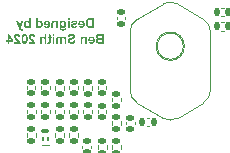
<source format=gbr>
%TF.GenerationSoftware,KiCad,Pcbnew,7.0.1*%
%TF.CreationDate,2024-01-08T11:07:59+00:00*%
%TF.ProjectId,rfid_module,72666964-5f6d-46f6-9475-6c652e6b6963,rev?*%
%TF.SameCoordinates,Original*%
%TF.FileFunction,Legend,Bot*%
%TF.FilePolarity,Positive*%
%FSLAX46Y46*%
G04 Gerber Fmt 4.6, Leading zero omitted, Abs format (unit mm)*
G04 Created by KiCad (PCBNEW 7.0.1) date 2024-01-08 11:07:59*
%MOMM*%
%LPD*%
G01*
G04 APERTURE LIST*
G04 Aperture macros list*
%AMRoundRect*
0 Rectangle with rounded corners*
0 $1 Rounding radius*
0 $2 $3 $4 $5 $6 $7 $8 $9 X,Y pos of 4 corners*
0 Add a 4 corners polygon primitive as box body*
4,1,4,$2,$3,$4,$5,$6,$7,$8,$9,$2,$3,0*
0 Add four circle primitives for the rounded corners*
1,1,$1+$1,$2,$3*
1,1,$1+$1,$4,$5*
1,1,$1+$1,$6,$7*
1,1,$1+$1,$8,$9*
0 Add four rect primitives between the rounded corners*
20,1,$1+$1,$2,$3,$4,$5,0*
20,1,$1+$1,$4,$5,$6,$7,0*
20,1,$1+$1,$6,$7,$8,$9,0*
20,1,$1+$1,$8,$9,$2,$3,0*%
G04 Aperture macros list end*
%ADD10C,0.160000*%
%ADD11C,0.120000*%
%ADD12RoundRect,0.140000X0.140000X0.170000X-0.140000X0.170000X-0.140000X-0.170000X0.140000X-0.170000X0*%
%ADD13RoundRect,0.140000X-0.170000X0.140000X-0.170000X-0.140000X0.170000X-0.140000X0.170000X0.140000X0*%
%ADD14RoundRect,0.135000X-0.185000X0.135000X-0.185000X-0.135000X0.185000X-0.135000X0.185000X0.135000X0*%
%ADD15RoundRect,0.140000X0.170000X-0.140000X0.170000X0.140000X-0.170000X0.140000X-0.170000X-0.140000X0*%
%ADD16RoundRect,0.135000X0.185000X-0.135000X0.185000X0.135000X-0.185000X0.135000X-0.185000X-0.135000X0*%
%ADD17C,2.000000*%
%ADD18RoundRect,0.062500X0.062500X0.137500X-0.062500X0.137500X-0.062500X-0.137500X0.062500X-0.137500X0*%
%ADD19RoundRect,0.100000X-0.250000X0.100000X-0.250000X-0.100000X0.250000X-0.100000X0.250000X0.100000X0*%
G04 APERTURE END LIST*
D10*
G36*
X103097451Y-57620000D02*
G01*
X102791269Y-57620000D01*
X102780150Y-57619932D01*
X102769314Y-57619731D01*
X102758761Y-57619395D01*
X102748490Y-57618925D01*
X102738501Y-57618320D01*
X102728794Y-57617581D01*
X102719370Y-57616708D01*
X102710229Y-57615701D01*
X102701370Y-57614559D01*
X102692793Y-57613283D01*
X102684499Y-57611872D01*
X102676487Y-57610327D01*
X102668757Y-57608648D01*
X102657692Y-57605878D01*
X102647263Y-57602805D01*
X102642798Y-57601334D01*
X102634040Y-57598284D01*
X102625513Y-57595090D01*
X102617216Y-57591753D01*
X102609150Y-57588273D01*
X102601315Y-57584649D01*
X102593710Y-57580881D01*
X102586335Y-57576970D01*
X102579191Y-57572916D01*
X102572277Y-57568718D01*
X102565594Y-57564377D01*
X102559142Y-57559892D01*
X102549895Y-57552895D01*
X102541167Y-57545576D01*
X102532957Y-57537934D01*
X102526049Y-57530939D01*
X102519344Y-57523679D01*
X102512842Y-57516156D01*
X102506543Y-57508368D01*
X102500446Y-57500317D01*
X102494553Y-57492001D01*
X102488863Y-57483421D01*
X102483376Y-57474577D01*
X102478092Y-57465469D01*
X102473011Y-57456097D01*
X102468133Y-57446461D01*
X102463458Y-57436561D01*
X102458986Y-57426397D01*
X102454717Y-57415968D01*
X102450651Y-57405276D01*
X102446789Y-57394319D01*
X102443784Y-57385126D01*
X102440973Y-57375717D01*
X102438355Y-57366093D01*
X102435932Y-57356254D01*
X102433702Y-57346199D01*
X102431667Y-57335930D01*
X102429825Y-57325445D01*
X102428177Y-57314745D01*
X102426723Y-57303829D01*
X102425463Y-57292699D01*
X102424397Y-57281353D01*
X102423524Y-57269792D01*
X102422846Y-57258016D01*
X102422361Y-57246024D01*
X102422070Y-57233817D01*
X102421973Y-57221395D01*
X102422029Y-57213775D01*
X102590208Y-57213775D01*
X102590273Y-57225393D01*
X102590467Y-57236703D01*
X102590792Y-57247705D01*
X102591246Y-57258398D01*
X102591830Y-57268783D01*
X102592544Y-57278859D01*
X102593387Y-57288628D01*
X102594360Y-57298087D01*
X102595463Y-57307239D01*
X102596696Y-57316082D01*
X102598058Y-57324617D01*
X102599550Y-57332843D01*
X102601172Y-57340761D01*
X102603848Y-57352060D01*
X102606816Y-57362665D01*
X102608906Y-57369360D01*
X102612184Y-57378952D01*
X102615634Y-57388005D01*
X102619255Y-57396519D01*
X102623048Y-57404494D01*
X102627013Y-57411930D01*
X102631149Y-57418826D01*
X102636932Y-57427182D01*
X102643019Y-57434579D01*
X102649412Y-57441018D01*
X102656120Y-57446715D01*
X102663249Y-57451985D01*
X102670799Y-57456827D01*
X102678770Y-57461242D01*
X102687163Y-57465229D01*
X102695977Y-57468789D01*
X102705213Y-57471921D01*
X102714869Y-57474626D01*
X102718803Y-57475573D01*
X102727559Y-57477282D01*
X102737500Y-57478748D01*
X102745733Y-57479687D01*
X102754632Y-57480488D01*
X102764198Y-57481152D01*
X102774430Y-57481679D01*
X102785328Y-57482068D01*
X102796892Y-57482320D01*
X102804972Y-57482411D01*
X102813348Y-57482442D01*
X102934688Y-57482442D01*
X102934688Y-56944717D01*
X102861611Y-56944717D01*
X102855459Y-56944725D01*
X102843538Y-56944786D01*
X102832129Y-56944908D01*
X102821231Y-56945091D01*
X102810845Y-56945335D01*
X102800969Y-56945640D01*
X102791606Y-56946007D01*
X102782754Y-56946434D01*
X102774413Y-56946923D01*
X102766583Y-56947472D01*
X102755798Y-56948411D01*
X102746163Y-56949487D01*
X102737679Y-56950701D01*
X102728156Y-56952533D01*
X102722504Y-56953850D01*
X102714264Y-56956095D01*
X102706309Y-56958663D01*
X102698639Y-56961554D01*
X102691253Y-56964768D01*
X102684153Y-56968304D01*
X102677339Y-56972164D01*
X102668695Y-56977812D01*
X102660559Y-56984034D01*
X102652929Y-56990830D01*
X102651086Y-56992610D01*
X102643973Y-57000166D01*
X102638910Y-57006290D01*
X102634081Y-57012806D01*
X102629485Y-57019713D01*
X102625123Y-57027012D01*
X102620995Y-57034702D01*
X102617100Y-57042784D01*
X102613438Y-57051257D01*
X102610011Y-57060122D01*
X102606816Y-57069378D01*
X102604805Y-57075850D01*
X102602032Y-57086196D01*
X102599550Y-57097308D01*
X102598058Y-57105141D01*
X102596696Y-57113315D01*
X102595463Y-57121829D01*
X102594360Y-57130683D01*
X102593387Y-57139878D01*
X102592544Y-57149414D01*
X102591830Y-57159290D01*
X102591246Y-57169506D01*
X102590792Y-57180062D01*
X102590467Y-57190959D01*
X102590273Y-57202197D01*
X102590208Y-57213775D01*
X102422029Y-57213775D01*
X102422077Y-57207250D01*
X102422386Y-57193390D01*
X102422901Y-57179815D01*
X102423622Y-57166526D01*
X102424549Y-57153522D01*
X102425683Y-57140804D01*
X102427022Y-57128371D01*
X102428568Y-57116224D01*
X102430320Y-57104362D01*
X102432277Y-57092786D01*
X102434441Y-57081495D01*
X102436811Y-57070490D01*
X102439387Y-57059770D01*
X102442169Y-57049335D01*
X102445157Y-57039186D01*
X102448352Y-57029323D01*
X102451744Y-57019672D01*
X102455325Y-57010211D01*
X102459095Y-57000939D01*
X102463055Y-56991856D01*
X102467204Y-56982962D01*
X102471543Y-56974258D01*
X102476070Y-56965743D01*
X102480787Y-56957418D01*
X102485693Y-56949281D01*
X102490789Y-56941334D01*
X102496074Y-56933576D01*
X102501548Y-56926008D01*
X102507211Y-56918629D01*
X102513064Y-56911439D01*
X102519106Y-56904438D01*
X102525337Y-56897627D01*
X102531742Y-56891014D01*
X102538303Y-56884658D01*
X102545022Y-56878558D01*
X102551898Y-56872714D01*
X102558932Y-56867127D01*
X102566123Y-56861796D01*
X102573470Y-56856722D01*
X102580976Y-56851905D01*
X102588638Y-56847343D01*
X102596457Y-56843039D01*
X102604434Y-56838990D01*
X102612568Y-56835198D01*
X102620860Y-56831663D01*
X102629308Y-56828384D01*
X102637914Y-56825362D01*
X102646677Y-56822595D01*
X102656989Y-56819837D01*
X102668144Y-56817350D01*
X102676047Y-56815842D01*
X102684325Y-56814455D01*
X102692976Y-56813189D01*
X102702002Y-56812043D01*
X102711401Y-56811018D01*
X102721175Y-56810114D01*
X102731322Y-56809330D01*
X102741844Y-56808667D01*
X102752739Y-56808124D01*
X102764009Y-56807702D01*
X102775652Y-56807400D01*
X102787670Y-56807220D01*
X102800061Y-56807159D01*
X103097451Y-56807159D01*
X103097451Y-57620000D01*
G37*
G36*
X102081488Y-57020071D02*
G01*
X102095525Y-57021040D01*
X102109246Y-57022654D01*
X102122654Y-57024914D01*
X102135747Y-57027820D01*
X102148525Y-57031371D01*
X102160989Y-57035568D01*
X102173139Y-57040411D01*
X102184974Y-57045900D01*
X102196495Y-57052034D01*
X102207701Y-57058814D01*
X102218592Y-57066240D01*
X102229170Y-57074311D01*
X102239432Y-57083029D01*
X102249381Y-57092391D01*
X102259015Y-57102400D01*
X102268195Y-57112954D01*
X102276783Y-57124003D01*
X102284779Y-57135547D01*
X102292183Y-57147585D01*
X102298994Y-57160118D01*
X102305213Y-57173145D01*
X102310840Y-57186667D01*
X102315874Y-57200683D01*
X102320317Y-57215194D01*
X102324166Y-57230200D01*
X102325869Y-57237888D01*
X102327424Y-57245700D01*
X102328831Y-57253636D01*
X102330089Y-57261695D01*
X102331200Y-57269878D01*
X102332162Y-57278185D01*
X102332977Y-57286615D01*
X102333643Y-57295169D01*
X102334161Y-57303846D01*
X102334531Y-57312647D01*
X102334754Y-57321572D01*
X102334828Y-57330621D01*
X102334602Y-57345698D01*
X102333927Y-57360449D01*
X102332801Y-57374873D01*
X102331225Y-57388970D01*
X102329199Y-57402741D01*
X102326722Y-57416185D01*
X102323795Y-57429302D01*
X102320417Y-57442093D01*
X102316590Y-57454557D01*
X102312311Y-57466694D01*
X102307583Y-57478505D01*
X102302404Y-57489989D01*
X102296775Y-57501146D01*
X102290696Y-57511977D01*
X102284166Y-57522481D01*
X102277186Y-57532658D01*
X102267742Y-57544749D01*
X102257677Y-57556060D01*
X102246993Y-57566590D01*
X102235689Y-57576341D01*
X102223766Y-57585312D01*
X102211222Y-57593502D01*
X102198059Y-57600913D01*
X102184276Y-57607543D01*
X102169874Y-57613393D01*
X102162440Y-57616026D01*
X102154851Y-57618464D01*
X102147108Y-57620706D01*
X102139209Y-57622754D01*
X102131155Y-57624607D01*
X102122947Y-57626264D01*
X102114584Y-57627727D01*
X102106065Y-57628995D01*
X102097392Y-57630067D01*
X102088564Y-57630945D01*
X102079580Y-57631627D01*
X102070442Y-57632115D01*
X102061149Y-57632407D01*
X102051701Y-57632505D01*
X102039810Y-57632343D01*
X102028172Y-57631857D01*
X102016785Y-57631048D01*
X102005649Y-57629916D01*
X101994766Y-57628459D01*
X101984135Y-57626680D01*
X101973755Y-57624576D01*
X101963627Y-57622149D01*
X101953752Y-57619398D01*
X101944128Y-57616324D01*
X101934756Y-57612926D01*
X101925635Y-57609204D01*
X101916767Y-57605159D01*
X101908151Y-57600790D01*
X101899786Y-57596097D01*
X101891673Y-57591081D01*
X101883797Y-57585731D01*
X101876188Y-57580084D01*
X101868849Y-57574141D01*
X101861778Y-57567903D01*
X101854976Y-57561367D01*
X101848442Y-57554536D01*
X101842178Y-57547409D01*
X101836181Y-57539986D01*
X101830454Y-57532266D01*
X101824995Y-57524250D01*
X101819805Y-57515938D01*
X101814883Y-57507330D01*
X101810231Y-57498426D01*
X101805846Y-57489226D01*
X101801731Y-57479729D01*
X101797884Y-57469937D01*
X101951855Y-57444926D01*
X101954343Y-57452136D01*
X101957991Y-57461156D01*
X101962018Y-57469499D01*
X101966424Y-57477163D01*
X101971208Y-57484150D01*
X101976370Y-57490459D01*
X101981912Y-57496091D01*
X101989371Y-57502177D01*
X101992493Y-57504330D01*
X102000693Y-57509105D01*
X102009456Y-57513012D01*
X102016872Y-57515512D01*
X102024648Y-57517457D01*
X102032785Y-57518846D01*
X102041281Y-57519680D01*
X102050138Y-57519958D01*
X102056737Y-57519803D01*
X102066378Y-57518994D01*
X102075710Y-57517491D01*
X102084733Y-57515294D01*
X102093447Y-57512403D01*
X102101852Y-57508818D01*
X102109947Y-57504540D01*
X102117734Y-57499568D01*
X102125211Y-57493901D01*
X102132379Y-57487542D01*
X102139238Y-57480488D01*
X102141439Y-57477990D01*
X102147643Y-57470126D01*
X102153245Y-57461705D01*
X102158247Y-57452728D01*
X102162647Y-57443195D01*
X102166447Y-57433105D01*
X102169645Y-57422459D01*
X102172242Y-57411256D01*
X102173640Y-57403478D01*
X102174770Y-57395453D01*
X102175633Y-57387181D01*
X102176229Y-57378662D01*
X102176558Y-57369895D01*
X101789678Y-57369895D01*
X101789547Y-57358871D01*
X101789570Y-57348027D01*
X101789747Y-57337361D01*
X101790078Y-57326875D01*
X101790562Y-57316567D01*
X101791200Y-57306438D01*
X101791992Y-57296489D01*
X101792938Y-57286718D01*
X101794038Y-57277126D01*
X101795006Y-57269853D01*
X101943062Y-57269853D01*
X102173823Y-57269853D01*
X102173765Y-57262018D01*
X102173185Y-57250652D01*
X102172015Y-57239750D01*
X102170254Y-57229312D01*
X102167903Y-57219337D01*
X102164961Y-57209826D01*
X102161427Y-57200778D01*
X102157304Y-57192194D01*
X102152589Y-57184074D01*
X102147283Y-57176418D01*
X102141387Y-57169225D01*
X102137192Y-57164753D01*
X102130643Y-57158586D01*
X102123790Y-57153068D01*
X102116630Y-57148200D01*
X102109165Y-57143980D01*
X102101394Y-57140410D01*
X102093317Y-57137489D01*
X102084935Y-57135217D01*
X102076247Y-57133594D01*
X102067253Y-57132620D01*
X102057954Y-57132295D01*
X102052099Y-57132433D01*
X102043525Y-57133154D01*
X102035203Y-57134494D01*
X102027131Y-57136451D01*
X102019309Y-57139027D01*
X102011739Y-57142222D01*
X102004419Y-57146034D01*
X101997350Y-57150465D01*
X101990531Y-57155514D01*
X101983964Y-57161181D01*
X101977647Y-57167466D01*
X101973642Y-57171965D01*
X101968096Y-57179188D01*
X101963102Y-57186981D01*
X101958662Y-57195345D01*
X101954774Y-57204278D01*
X101951440Y-57213782D01*
X101948658Y-57223856D01*
X101946430Y-57234500D01*
X101944754Y-57245714D01*
X101943944Y-57253507D01*
X101943380Y-57261553D01*
X101943062Y-57269853D01*
X101795006Y-57269853D01*
X101795291Y-57267714D01*
X101796699Y-57258480D01*
X101798260Y-57249425D01*
X101799975Y-57240549D01*
X101801843Y-57231853D01*
X101803866Y-57223335D01*
X101806042Y-57214996D01*
X101808372Y-57206836D01*
X101810856Y-57198855D01*
X101813493Y-57191054D01*
X101816285Y-57183431D01*
X101819230Y-57175987D01*
X101822329Y-57168722D01*
X101828988Y-57154729D01*
X101836263Y-57141452D01*
X101844153Y-57128891D01*
X101852658Y-57117046D01*
X101861778Y-57105917D01*
X101866533Y-57100616D01*
X101876366Y-57090518D01*
X101886627Y-57081093D01*
X101897317Y-57072342D01*
X101908436Y-57064263D01*
X101919984Y-57056858D01*
X101931961Y-57050126D01*
X101944367Y-57044067D01*
X101957202Y-57038682D01*
X101970466Y-57033970D01*
X101984159Y-57029930D01*
X101998281Y-57026564D01*
X102012832Y-57023872D01*
X102027811Y-57021852D01*
X102043220Y-57020506D01*
X102051085Y-57020085D01*
X102059058Y-57019832D01*
X102067137Y-57019748D01*
X102081488Y-57020071D01*
G37*
G36*
X101721290Y-57457431D02*
G01*
X101566342Y-57432421D01*
X101564297Y-57440299D01*
X101561897Y-57447813D01*
X101558148Y-57457265D01*
X101553770Y-57466070D01*
X101548763Y-57474228D01*
X101543127Y-57481738D01*
X101536863Y-57488601D01*
X101529969Y-57494817D01*
X101526286Y-57497683D01*
X101518336Y-57502903D01*
X101509629Y-57507428D01*
X101500164Y-57511256D01*
X101492569Y-57513671D01*
X101484548Y-57515694D01*
X101476101Y-57517326D01*
X101467228Y-57518565D01*
X101457929Y-57519414D01*
X101448205Y-57519871D01*
X101441485Y-57519958D01*
X101430534Y-57519764D01*
X101420101Y-57519181D01*
X101410187Y-57518211D01*
X101400791Y-57516853D01*
X101391914Y-57515106D01*
X101383556Y-57512972D01*
X101375716Y-57510449D01*
X101368395Y-57507538D01*
X101359441Y-57503053D01*
X101351408Y-57497878D01*
X101344502Y-57491785D01*
X101339025Y-57484936D01*
X101334977Y-57477332D01*
X101332357Y-57468972D01*
X101331167Y-57459856D01*
X101331087Y-57456650D01*
X101331771Y-57448236D01*
X101333823Y-57440579D01*
X101337766Y-57432870D01*
X101342029Y-57427536D01*
X101348447Y-57422824D01*
X101356136Y-57418904D01*
X101364087Y-57415721D01*
X101373439Y-57412614D01*
X101381932Y-57410184D01*
X101391321Y-57407803D01*
X101393809Y-57407215D01*
X101405350Y-57404645D01*
X101416624Y-57402089D01*
X101427631Y-57399547D01*
X101438371Y-57397018D01*
X101448844Y-57394503D01*
X101459049Y-57392002D01*
X101468987Y-57389514D01*
X101478659Y-57387041D01*
X101488063Y-57384581D01*
X101497200Y-57382134D01*
X101506070Y-57379702D01*
X101514672Y-57377283D01*
X101523008Y-57374878D01*
X101531076Y-57372487D01*
X101538878Y-57370109D01*
X101546412Y-57367745D01*
X101560679Y-57363059D01*
X101573877Y-57358428D01*
X101586007Y-57353851D01*
X101597068Y-57349330D01*
X101607060Y-57344863D01*
X101615984Y-57340451D01*
X101623840Y-57336095D01*
X101630627Y-57331793D01*
X101639003Y-57325713D01*
X101646838Y-57319343D01*
X101654133Y-57312682D01*
X101660888Y-57305732D01*
X101667103Y-57298492D01*
X101672777Y-57290962D01*
X101677911Y-57283141D01*
X101682504Y-57275031D01*
X101686557Y-57266630D01*
X101690069Y-57257940D01*
X101693041Y-57248960D01*
X101695473Y-57239689D01*
X101697364Y-57230128D01*
X101698715Y-57220278D01*
X101699526Y-57210137D01*
X101699796Y-57199706D01*
X101699563Y-57190276D01*
X101698862Y-57181037D01*
X101697694Y-57171989D01*
X101696059Y-57163131D01*
X101693957Y-57154464D01*
X101691388Y-57145988D01*
X101688352Y-57137703D01*
X101684849Y-57129609D01*
X101680878Y-57121705D01*
X101676440Y-57113992D01*
X101671536Y-57106471D01*
X101666164Y-57099139D01*
X101660325Y-57091999D01*
X101654019Y-57085050D01*
X101647246Y-57078291D01*
X101640006Y-57071723D01*
X101632250Y-57065429D01*
X101623980Y-57059542D01*
X101615196Y-57054060D01*
X101605897Y-57048984D01*
X101596084Y-57044315D01*
X101585756Y-57040051D01*
X101574914Y-57036193D01*
X101563558Y-57032742D01*
X101551687Y-57029697D01*
X101539301Y-57027057D01*
X101526401Y-57024824D01*
X101512987Y-57022997D01*
X101499058Y-57021576D01*
X101484615Y-57020560D01*
X101469658Y-57019951D01*
X101454186Y-57019748D01*
X101439454Y-57019909D01*
X101425203Y-57020389D01*
X101411433Y-57021191D01*
X101398144Y-57022313D01*
X101385336Y-57023755D01*
X101373008Y-57025519D01*
X101361162Y-57027602D01*
X101349796Y-57030006D01*
X101338911Y-57032731D01*
X101328507Y-57035777D01*
X101318584Y-57039143D01*
X101309142Y-57042829D01*
X101300181Y-57046836D01*
X101291700Y-57051164D01*
X101283700Y-57055812D01*
X101276181Y-57060781D01*
X101269021Y-57066064D01*
X101262147Y-57071656D01*
X101255557Y-57077556D01*
X101249254Y-57083764D01*
X101243235Y-57090281D01*
X101237503Y-57097106D01*
X101232055Y-57104240D01*
X101226893Y-57111681D01*
X101222017Y-57119431D01*
X101217426Y-57127490D01*
X101213120Y-57135857D01*
X101209100Y-57144532D01*
X101205365Y-57153516D01*
X101201916Y-57162807D01*
X101198753Y-57172408D01*
X101195874Y-57182316D01*
X101341639Y-57207327D01*
X101344246Y-57198507D01*
X101347378Y-57190218D01*
X101351036Y-57182460D01*
X101355218Y-57175233D01*
X101359926Y-57168538D01*
X101365159Y-57162374D01*
X101370917Y-57156741D01*
X101377200Y-57151639D01*
X101384045Y-57147106D01*
X101391586Y-57143176D01*
X101399823Y-57139852D01*
X101408756Y-57137131D01*
X101418386Y-57135016D01*
X101428711Y-57133504D01*
X101436912Y-57132768D01*
X101445504Y-57132371D01*
X101451450Y-57132295D01*
X101462577Y-57132445D01*
X101473095Y-57132893D01*
X101483006Y-57133640D01*
X101492309Y-57134686D01*
X101501004Y-57136031D01*
X101509091Y-57137674D01*
X101518928Y-57140330D01*
X101527684Y-57143518D01*
X101535359Y-57147236D01*
X101538791Y-57149295D01*
X101545643Y-57154941D01*
X101550813Y-57161279D01*
X101554299Y-57168308D01*
X101556102Y-57176030D01*
X101556377Y-57180753D01*
X101555412Y-57188654D01*
X101552518Y-57195945D01*
X101547694Y-57202625D01*
X101541890Y-57207969D01*
X101540941Y-57208695D01*
X101534114Y-57212752D01*
X101526894Y-57216056D01*
X101517875Y-57219582D01*
X101507056Y-57223333D01*
X101498843Y-57225957D01*
X101489831Y-57228680D01*
X101480018Y-57231502D01*
X101469406Y-57234424D01*
X101457994Y-57237445D01*
X101445781Y-57240565D01*
X101432769Y-57243785D01*
X101418957Y-57247103D01*
X101404346Y-57250521D01*
X101396740Y-57252267D01*
X101389106Y-57254026D01*
X101374275Y-57257620D01*
X101360023Y-57261314D01*
X101346352Y-57265109D01*
X101333260Y-57269005D01*
X101320749Y-57273001D01*
X101308818Y-57277098D01*
X101297466Y-57281296D01*
X101286695Y-57285595D01*
X101276504Y-57289994D01*
X101266893Y-57294494D01*
X101257862Y-57299095D01*
X101249412Y-57303797D01*
X101241541Y-57308599D01*
X101234250Y-57313503D01*
X101227540Y-57318507D01*
X101224402Y-57321046D01*
X101218558Y-57326328D01*
X101210498Y-57334731D01*
X101203287Y-57343712D01*
X101196924Y-57353270D01*
X101191410Y-57363404D01*
X101186744Y-57374116D01*
X101184105Y-57381577D01*
X101181842Y-57389295D01*
X101179957Y-57397270D01*
X101178449Y-57405501D01*
X101177318Y-57413988D01*
X101176564Y-57422732D01*
X101176187Y-57431733D01*
X101176140Y-57436329D01*
X101176401Y-57446280D01*
X101177187Y-57456058D01*
X101178496Y-57465661D01*
X101180328Y-57475090D01*
X101182684Y-57484345D01*
X101185564Y-57493427D01*
X101188968Y-57502334D01*
X101192895Y-57511067D01*
X101197345Y-57519626D01*
X101202319Y-57528012D01*
X101207817Y-57536223D01*
X101213838Y-57544260D01*
X101220383Y-57552123D01*
X101227452Y-57559812D01*
X101235044Y-57567327D01*
X101243160Y-57574668D01*
X101251788Y-57581672D01*
X101260919Y-57588224D01*
X101270552Y-57594323D01*
X101280688Y-57599972D01*
X101291325Y-57605168D01*
X101302465Y-57609912D01*
X101314107Y-57614205D01*
X101326251Y-57618046D01*
X101338898Y-57621434D01*
X101352046Y-57624371D01*
X101365697Y-57626857D01*
X101379850Y-57628890D01*
X101394506Y-57630471D01*
X101409663Y-57631601D01*
X101425323Y-57632279D01*
X101433341Y-57632448D01*
X101441485Y-57632505D01*
X101456214Y-57632321D01*
X101470553Y-57631769D01*
X101484503Y-57630849D01*
X101498064Y-57629562D01*
X101511235Y-57627906D01*
X101524018Y-57625883D01*
X101536411Y-57623491D01*
X101548414Y-57620732D01*
X101560029Y-57617605D01*
X101571254Y-57614110D01*
X101582090Y-57610247D01*
X101592537Y-57606017D01*
X101602594Y-57601418D01*
X101612263Y-57596451D01*
X101621542Y-57591117D01*
X101630431Y-57585415D01*
X101638915Y-57579396D01*
X101647024Y-57573114D01*
X101654760Y-57566568D01*
X101662122Y-57559757D01*
X101669109Y-57552682D01*
X101675723Y-57545344D01*
X101681963Y-57537741D01*
X101687828Y-57529874D01*
X101693320Y-57521743D01*
X101698438Y-57513348D01*
X101703181Y-57504689D01*
X101707551Y-57495765D01*
X101711547Y-57486578D01*
X101715168Y-57477127D01*
X101718416Y-57467411D01*
X101721290Y-57457431D01*
G37*
G36*
X101044053Y-56944717D02*
G01*
X101044053Y-56807159D01*
X100889496Y-56807159D01*
X100889496Y-56944717D01*
X101044053Y-56944717D01*
G37*
G36*
X101044053Y-57620000D02*
G01*
X101044053Y-57032254D01*
X100889496Y-57032254D01*
X100889496Y-57620000D01*
X101044053Y-57620000D01*
G37*
G36*
X100534356Y-57020053D02*
G01*
X100547071Y-57020966D01*
X100559519Y-57022489D01*
X100571700Y-57024621D01*
X100583613Y-57027362D01*
X100595260Y-57030712D01*
X100606639Y-57034671D01*
X100617752Y-57039239D01*
X100628597Y-57044416D01*
X100639175Y-57050202D01*
X100649486Y-57056598D01*
X100659529Y-57063602D01*
X100669306Y-57071216D01*
X100678815Y-57079438D01*
X100688058Y-57088270D01*
X100697033Y-57097711D01*
X100705574Y-57107728D01*
X100713565Y-57118288D01*
X100721004Y-57129392D01*
X100727893Y-57141039D01*
X100734230Y-57153230D01*
X100740016Y-57165964D01*
X100745252Y-57179242D01*
X100749936Y-57193063D01*
X100754069Y-57207428D01*
X100757651Y-57222336D01*
X100759235Y-57229993D01*
X100760682Y-57237787D01*
X100761990Y-57245716D01*
X100763162Y-57253782D01*
X100764195Y-57261983D01*
X100765090Y-57270320D01*
X100765848Y-57278793D01*
X100766468Y-57287402D01*
X100766950Y-57296146D01*
X100767295Y-57305027D01*
X100767501Y-57314043D01*
X100767570Y-57323196D01*
X100767359Y-57337749D01*
X100766727Y-57352001D01*
X100765674Y-57365953D01*
X100764200Y-57379603D01*
X100762304Y-57392954D01*
X100759986Y-57406003D01*
X100757248Y-57418752D01*
X100754088Y-57431200D01*
X100750507Y-57443347D01*
X100746504Y-57455194D01*
X100742080Y-57466739D01*
X100737235Y-57477984D01*
X100731969Y-57488929D01*
X100726281Y-57499573D01*
X100720172Y-57509915D01*
X100713641Y-57519958D01*
X100704877Y-57532072D01*
X100695729Y-57543405D01*
X100686198Y-57553956D01*
X100676284Y-57563726D01*
X100665987Y-57572714D01*
X100655307Y-57580921D01*
X100644244Y-57588346D01*
X100632797Y-57594989D01*
X100620967Y-57600851D01*
X100608754Y-57605931D01*
X100596158Y-57610230D01*
X100583179Y-57613747D01*
X100569817Y-57616482D01*
X100556071Y-57618436D01*
X100541942Y-57619609D01*
X100527431Y-57620000D01*
X100514383Y-57619663D01*
X100501617Y-57618653D01*
X100489134Y-57616970D01*
X100476933Y-57614614D01*
X100465015Y-57611585D01*
X100453379Y-57607882D01*
X100442026Y-57603506D01*
X100430955Y-57598457D01*
X100420166Y-57592735D01*
X100409660Y-57586340D01*
X100399436Y-57579271D01*
X100389494Y-57571530D01*
X100379835Y-57563115D01*
X100370459Y-57554026D01*
X100361364Y-57544265D01*
X100352553Y-57533831D01*
X100352553Y-57618241D01*
X100352616Y-57627556D01*
X100352807Y-57636305D01*
X100353125Y-57644487D01*
X100353746Y-57654515D01*
X100354593Y-57663535D01*
X100355666Y-57671548D01*
X100357325Y-57680147D01*
X100359782Y-57688387D01*
X100362527Y-57694848D01*
X100366396Y-57702270D01*
X100370751Y-57708968D01*
X100376620Y-57716048D01*
X100383189Y-57722084D01*
X100390459Y-57727076D01*
X100396402Y-57730288D01*
X100405149Y-57734080D01*
X100414837Y-57737310D01*
X100422719Y-57739364D01*
X100431131Y-57741102D01*
X100440071Y-57742524D01*
X100449540Y-57743630D01*
X100459539Y-57744420D01*
X100470066Y-57744894D01*
X100481122Y-57745052D01*
X100489767Y-57744928D01*
X100497968Y-57744557D01*
X100508214Y-57743678D01*
X100517672Y-57742359D01*
X100526343Y-57740601D01*
X100534226Y-57738402D01*
X100542972Y-57735036D01*
X100550487Y-57730983D01*
X100551465Y-57730357D01*
X100557692Y-57725073D01*
X100562835Y-57718218D01*
X100566379Y-57711092D01*
X100569127Y-57702812D01*
X100570808Y-57695031D01*
X100747249Y-57670020D01*
X100747296Y-57671303D01*
X100747542Y-57679595D01*
X100747640Y-57687606D01*
X100747398Y-57696738D01*
X100746672Y-57705668D01*
X100745462Y-57714396D01*
X100743769Y-57722923D01*
X100741591Y-57731249D01*
X100738930Y-57739373D01*
X100735784Y-57747296D01*
X100732155Y-57755017D01*
X100728042Y-57762537D01*
X100723445Y-57769855D01*
X100718364Y-57776971D01*
X100712799Y-57783886D01*
X100706750Y-57790600D01*
X100700217Y-57797112D01*
X100693200Y-57803423D01*
X100685700Y-57809532D01*
X100681732Y-57812489D01*
X100673292Y-57818122D01*
X100664179Y-57823379D01*
X100654392Y-57828261D01*
X100643933Y-57832767D01*
X100632800Y-57836898D01*
X100620994Y-57840653D01*
X100608514Y-57844033D01*
X100595362Y-57847037D01*
X100581536Y-57849666D01*
X100567037Y-57851919D01*
X100551865Y-57853797D01*
X100544027Y-57854595D01*
X100536020Y-57855299D01*
X100527845Y-57855909D01*
X100519502Y-57856425D01*
X100510990Y-57856848D01*
X100502310Y-57857176D01*
X100493462Y-57857411D01*
X100484445Y-57857552D01*
X100475260Y-57857599D01*
X100465524Y-57857534D01*
X100456002Y-57857339D01*
X100446693Y-57857015D01*
X100437598Y-57856561D01*
X100428717Y-57855977D01*
X100420049Y-57855263D01*
X100411595Y-57854420D01*
X100403355Y-57853447D01*
X100395329Y-57852344D01*
X100387516Y-57851111D01*
X100376198Y-57849019D01*
X100365360Y-57846635D01*
X100355003Y-57843959D01*
X100345128Y-57840990D01*
X100338785Y-57838865D01*
X100329574Y-57835490D01*
X100320728Y-57831892D01*
X100312245Y-57828071D01*
X100304127Y-57824027D01*
X100296373Y-57819759D01*
X100288982Y-57815269D01*
X100281956Y-57810555D01*
X100275294Y-57805617D01*
X100268996Y-57800457D01*
X100263062Y-57795073D01*
X100259257Y-57791323D01*
X100253753Y-57785375D01*
X100248493Y-57779038D01*
X100243477Y-57772314D01*
X100238704Y-57765201D01*
X100234176Y-57757700D01*
X100229891Y-57749812D01*
X100225850Y-57741535D01*
X100222053Y-57732869D01*
X100218500Y-57723816D01*
X100215190Y-57714375D01*
X100212153Y-57704278D01*
X100209413Y-57693256D01*
X100207753Y-57685396D01*
X100206226Y-57677124D01*
X100204832Y-57668442D01*
X100203570Y-57659349D01*
X100202441Y-57649846D01*
X100201445Y-57639932D01*
X100200582Y-57629607D01*
X100199851Y-57618872D01*
X100199254Y-57607726D01*
X100198789Y-57596170D01*
X100198457Y-57584203D01*
X100198258Y-57571825D01*
X100198191Y-57559036D01*
X100198191Y-57321632D01*
X100349817Y-57321632D01*
X100349855Y-57327340D01*
X100350161Y-57338491D01*
X100350771Y-57349290D01*
X100351687Y-57359736D01*
X100352908Y-57369829D01*
X100354435Y-57379570D01*
X100356267Y-57388958D01*
X100358404Y-57397994D01*
X100360846Y-57406676D01*
X100363594Y-57415007D01*
X100366647Y-57422984D01*
X100370005Y-57430609D01*
X100373669Y-57437882D01*
X100377638Y-57444801D01*
X100381912Y-57451368D01*
X100388896Y-57460558D01*
X100393849Y-57466236D01*
X100401533Y-57474067D01*
X100409522Y-57481074D01*
X100417818Y-57487257D01*
X100426419Y-57492615D01*
X100435325Y-57497148D01*
X100444538Y-57500858D01*
X100454056Y-57503743D01*
X100463879Y-57505804D01*
X100474009Y-57507040D01*
X100484444Y-57507452D01*
X100490973Y-57507274D01*
X100500525Y-57506336D01*
X100509784Y-57504595D01*
X100518751Y-57502050D01*
X100527427Y-57498701D01*
X100535810Y-57494548D01*
X100543902Y-57489592D01*
X100551701Y-57483832D01*
X100559209Y-57477269D01*
X100566424Y-57469901D01*
X100573348Y-57461730D01*
X100579773Y-57452694D01*
X100585566Y-57442730D01*
X100589077Y-57435572D01*
X100592308Y-57428002D01*
X100595257Y-57420020D01*
X100597925Y-57411625D01*
X100600313Y-57402819D01*
X100602419Y-57393600D01*
X100604245Y-57383969D01*
X100605790Y-57373926D01*
X100607054Y-57363471D01*
X100608037Y-57352604D01*
X100608739Y-57341325D01*
X100609160Y-57329633D01*
X100609301Y-57317529D01*
X100609160Y-57305993D01*
X100608739Y-57294833D01*
X100608037Y-57284048D01*
X100607054Y-57273639D01*
X100605790Y-57263605D01*
X100604245Y-57253947D01*
X100602419Y-57244664D01*
X100600313Y-57235757D01*
X100597925Y-57227225D01*
X100595257Y-57219069D01*
X100592308Y-57211288D01*
X100589077Y-57203883D01*
X100585566Y-57196853D01*
X100579773Y-57187013D01*
X100573348Y-57178018D01*
X100568754Y-57172481D01*
X100561580Y-57164846D01*
X100554065Y-57158014D01*
X100546211Y-57151986D01*
X100538016Y-57146762D01*
X100529482Y-57142342D01*
X100520607Y-57138725D01*
X100511392Y-57135912D01*
X100501838Y-57133903D01*
X100491943Y-57132697D01*
X100481708Y-57132295D01*
X100474653Y-57132478D01*
X100464360Y-57133436D01*
X100454414Y-57135214D01*
X100444815Y-57137814D01*
X100435562Y-57141234D01*
X100426657Y-57145475D01*
X100418098Y-57150537D01*
X100409887Y-57156420D01*
X100402022Y-57163124D01*
X100394504Y-57170649D01*
X100387333Y-57178995D01*
X100385025Y-57181950D01*
X100378540Y-57191396D01*
X100374583Y-57198178D01*
X100370920Y-57205348D01*
X100367549Y-57212906D01*
X100364472Y-57220852D01*
X100361687Y-57229185D01*
X100359196Y-57237906D01*
X100356998Y-57247015D01*
X100355093Y-57256511D01*
X100353481Y-57266395D01*
X100352162Y-57276667D01*
X100351136Y-57287327D01*
X100350403Y-57298374D01*
X100349964Y-57309810D01*
X100349817Y-57321632D01*
X100198191Y-57321632D01*
X100198191Y-57032254D01*
X100342783Y-57032254D01*
X100342783Y-57110216D01*
X100351724Y-57099261D01*
X100360961Y-57089012D01*
X100370494Y-57079471D01*
X100380323Y-57070636D01*
X100390448Y-57062508D01*
X100400870Y-57055087D01*
X100411588Y-57048373D01*
X100422602Y-57042365D01*
X100433911Y-57037064D01*
X100445518Y-57032470D01*
X100457420Y-57028583D01*
X100469618Y-57025403D01*
X100482113Y-57022929D01*
X100494904Y-57021162D01*
X100507990Y-57020102D01*
X100521373Y-57019748D01*
X100534356Y-57020053D01*
G37*
G36*
X99518219Y-57620000D02*
G01*
X99672581Y-57620000D01*
X99672581Y-57316552D01*
X99672620Y-57304777D01*
X99672736Y-57293532D01*
X99672931Y-57282819D01*
X99673203Y-57272637D01*
X99673554Y-57262987D01*
X99673982Y-57253867D01*
X99674488Y-57245279D01*
X99675072Y-57237222D01*
X99676094Y-57226133D01*
X99677291Y-57216239D01*
X99678663Y-57207540D01*
X99680765Y-57197801D01*
X99682546Y-57191891D01*
X99685904Y-57183347D01*
X99689873Y-57175423D01*
X99694453Y-57168120D01*
X99699643Y-57161437D01*
X99705443Y-57155373D01*
X99711855Y-57149930D01*
X99714590Y-57147927D01*
X99721771Y-57143424D01*
X99729390Y-57139684D01*
X99737448Y-57136707D01*
X99745945Y-57134494D01*
X99754881Y-57133043D01*
X99764256Y-57132356D01*
X99768128Y-57132295D01*
X99778060Y-57132646D01*
X99787729Y-57133700D01*
X99797135Y-57135455D01*
X99806279Y-57137913D01*
X99815160Y-57141073D01*
X99823779Y-57144935D01*
X99832135Y-57149499D01*
X99840229Y-57154766D01*
X99847880Y-57160566D01*
X99854908Y-57166831D01*
X99861313Y-57173560D01*
X99867096Y-57180753D01*
X99872255Y-57188410D01*
X99876792Y-57196531D01*
X99880706Y-57205116D01*
X99883997Y-57214166D01*
X99886745Y-57224378D01*
X99888565Y-57233324D01*
X99890180Y-57243372D01*
X99891588Y-57254522D01*
X99892412Y-57262569D01*
X99893145Y-57271105D01*
X99893786Y-57280131D01*
X99894336Y-57289648D01*
X99894793Y-57299654D01*
X99895160Y-57310150D01*
X99895435Y-57321137D01*
X99895618Y-57332613D01*
X99895709Y-57344579D01*
X99895721Y-57350746D01*
X99895721Y-57620000D01*
X100050082Y-57620000D01*
X100050082Y-57032254D01*
X99906663Y-57032254D01*
X99906663Y-57118032D01*
X99896959Y-57106130D01*
X99886946Y-57094996D01*
X99876626Y-57084631D01*
X99865996Y-57075033D01*
X99855059Y-57066203D01*
X99843813Y-57058140D01*
X99832259Y-57050846D01*
X99820396Y-57044319D01*
X99808225Y-57038560D01*
X99795746Y-57033569D01*
X99782959Y-57029346D01*
X99769863Y-57025891D01*
X99756458Y-57023204D01*
X99742745Y-57021284D01*
X99728724Y-57020132D01*
X99714395Y-57019748D01*
X99704875Y-57019911D01*
X99695513Y-57020401D01*
X99686310Y-57021217D01*
X99677264Y-57022359D01*
X99668376Y-57023827D01*
X99659646Y-57025622D01*
X99651075Y-57027742D01*
X99642661Y-57030190D01*
X99634405Y-57032963D01*
X99626307Y-57036063D01*
X99620996Y-57038311D01*
X99613228Y-57041880D01*
X99605824Y-57045629D01*
X99598785Y-57049556D01*
X99592109Y-57053661D01*
X99583774Y-57059413D01*
X99576086Y-57065483D01*
X99569046Y-57071870D01*
X99562653Y-57078574D01*
X99556907Y-57085596D01*
X99551693Y-57092899D01*
X99546893Y-57100446D01*
X99542509Y-57108237D01*
X99538540Y-57116273D01*
X99534986Y-57124553D01*
X99531848Y-57133077D01*
X99529125Y-57141845D01*
X99526816Y-57150858D01*
X99524801Y-57160438D01*
X99523467Y-57168273D01*
X99522283Y-57176664D01*
X99521250Y-57185611D01*
X99520368Y-57195115D01*
X99519638Y-57205175D01*
X99519059Y-57215791D01*
X99518630Y-57226964D01*
X99518353Y-57238694D01*
X99518253Y-57246822D01*
X99518219Y-57255198D01*
X99518219Y-57620000D01*
G37*
G36*
X99156827Y-57020071D02*
G01*
X99170863Y-57021040D01*
X99184585Y-57022654D01*
X99197992Y-57024914D01*
X99211085Y-57027820D01*
X99223864Y-57031371D01*
X99236328Y-57035568D01*
X99248477Y-57040411D01*
X99260312Y-57045900D01*
X99271833Y-57052034D01*
X99283039Y-57058814D01*
X99293931Y-57066240D01*
X99304508Y-57074311D01*
X99314771Y-57083029D01*
X99324719Y-57092391D01*
X99334353Y-57102400D01*
X99343534Y-57112954D01*
X99352122Y-57124003D01*
X99360118Y-57135547D01*
X99367521Y-57147585D01*
X99374333Y-57160118D01*
X99380552Y-57173145D01*
X99386178Y-57186667D01*
X99391213Y-57200683D01*
X99395655Y-57215194D01*
X99399505Y-57230200D01*
X99401208Y-57237888D01*
X99402762Y-57245700D01*
X99404169Y-57253636D01*
X99405428Y-57261695D01*
X99406538Y-57269878D01*
X99407501Y-57278185D01*
X99408315Y-57286615D01*
X99408981Y-57295169D01*
X99409500Y-57303846D01*
X99409870Y-57312647D01*
X99410092Y-57321572D01*
X99410166Y-57330621D01*
X99409941Y-57345698D01*
X99409265Y-57360449D01*
X99408140Y-57374873D01*
X99406563Y-57388970D01*
X99404537Y-57402741D01*
X99402060Y-57416185D01*
X99399133Y-57429302D01*
X99395756Y-57442093D01*
X99391928Y-57454557D01*
X99387650Y-57466694D01*
X99382922Y-57478505D01*
X99377743Y-57489989D01*
X99372114Y-57501146D01*
X99366034Y-57511977D01*
X99359505Y-57522481D01*
X99352525Y-57532658D01*
X99343080Y-57544749D01*
X99333016Y-57556060D01*
X99322332Y-57566590D01*
X99311028Y-57576341D01*
X99299104Y-57585312D01*
X99286561Y-57593502D01*
X99273398Y-57600913D01*
X99259615Y-57607543D01*
X99245212Y-57613393D01*
X99237778Y-57616026D01*
X99230190Y-57618464D01*
X99222446Y-57620706D01*
X99214547Y-57622754D01*
X99206494Y-57624607D01*
X99198285Y-57626264D01*
X99189922Y-57627727D01*
X99181404Y-57628995D01*
X99172730Y-57630067D01*
X99163902Y-57630945D01*
X99154919Y-57631627D01*
X99145781Y-57632115D01*
X99136488Y-57632407D01*
X99127040Y-57632505D01*
X99115149Y-57632343D01*
X99103510Y-57631857D01*
X99092123Y-57631048D01*
X99080988Y-57629916D01*
X99070104Y-57628459D01*
X99059473Y-57626680D01*
X99049093Y-57624576D01*
X99038966Y-57622149D01*
X99029090Y-57619398D01*
X99019466Y-57616324D01*
X99010094Y-57612926D01*
X99000974Y-57609204D01*
X98992106Y-57605159D01*
X98983489Y-57600790D01*
X98975125Y-57596097D01*
X98967012Y-57591081D01*
X98959135Y-57585731D01*
X98951527Y-57580084D01*
X98944187Y-57574141D01*
X98937117Y-57567903D01*
X98930314Y-57561367D01*
X98923781Y-57554536D01*
X98917516Y-57547409D01*
X98911520Y-57539986D01*
X98905792Y-57532266D01*
X98900334Y-57524250D01*
X98895143Y-57515938D01*
X98890222Y-57507330D01*
X98885569Y-57498426D01*
X98881185Y-57489226D01*
X98877069Y-57479729D01*
X98873223Y-57469937D01*
X99027193Y-57444926D01*
X99029681Y-57452136D01*
X99033330Y-57461156D01*
X99037356Y-57469499D01*
X99041762Y-57477163D01*
X99046546Y-57484150D01*
X99051709Y-57490459D01*
X99057250Y-57496091D01*
X99064709Y-57502177D01*
X99067831Y-57504330D01*
X99076032Y-57509105D01*
X99084795Y-57513012D01*
X99092211Y-57515512D01*
X99099987Y-57517457D01*
X99108123Y-57518846D01*
X99116620Y-57519680D01*
X99125477Y-57519958D01*
X99132076Y-57519803D01*
X99141717Y-57518994D01*
X99151049Y-57517491D01*
X99160072Y-57515294D01*
X99168785Y-57512403D01*
X99177190Y-57508818D01*
X99185286Y-57504540D01*
X99193072Y-57499568D01*
X99200549Y-57493901D01*
X99207717Y-57487542D01*
X99214576Y-57480488D01*
X99216778Y-57477990D01*
X99222981Y-57470126D01*
X99228584Y-57461705D01*
X99233585Y-57452728D01*
X99237986Y-57443195D01*
X99241785Y-57433105D01*
X99244983Y-57422459D01*
X99247580Y-57411256D01*
X99248978Y-57403478D01*
X99250108Y-57395453D01*
X99250972Y-57387181D01*
X99251568Y-57378662D01*
X99251897Y-57369895D01*
X98865016Y-57369895D01*
X98864885Y-57358871D01*
X98864908Y-57348027D01*
X98865085Y-57337361D01*
X98865416Y-57326875D01*
X98865900Y-57316567D01*
X98866539Y-57306438D01*
X98867331Y-57296489D01*
X98868277Y-57286718D01*
X98869376Y-57277126D01*
X98870345Y-57269853D01*
X99018401Y-57269853D01*
X99249161Y-57269853D01*
X99249103Y-57262018D01*
X99248524Y-57250652D01*
X99247354Y-57239750D01*
X99245593Y-57229312D01*
X99243241Y-57219337D01*
X99240299Y-57209826D01*
X99236766Y-57200778D01*
X99232642Y-57192194D01*
X99227927Y-57184074D01*
X99222622Y-57176418D01*
X99216726Y-57169225D01*
X99212530Y-57164753D01*
X99205982Y-57158586D01*
X99199128Y-57153068D01*
X99191968Y-57148200D01*
X99184503Y-57143980D01*
X99176732Y-57140410D01*
X99168656Y-57137489D01*
X99160273Y-57135217D01*
X99151585Y-57133594D01*
X99142592Y-57132620D01*
X99133292Y-57132295D01*
X99127437Y-57132433D01*
X99118864Y-57133154D01*
X99110541Y-57134494D01*
X99102469Y-57136451D01*
X99094648Y-57139027D01*
X99087077Y-57142222D01*
X99079757Y-57146034D01*
X99072688Y-57150465D01*
X99065870Y-57155514D01*
X99059302Y-57161181D01*
X99052985Y-57167466D01*
X99048981Y-57171965D01*
X99043434Y-57179188D01*
X99038441Y-57186981D01*
X99034000Y-57195345D01*
X99030113Y-57204278D01*
X99026778Y-57213782D01*
X99023997Y-57223856D01*
X99021768Y-57234500D01*
X99020093Y-57245714D01*
X99019283Y-57253507D01*
X99018719Y-57261553D01*
X99018401Y-57269853D01*
X98870345Y-57269853D01*
X98870630Y-57267714D01*
X98872037Y-57258480D01*
X98873598Y-57249425D01*
X98875313Y-57240549D01*
X98877182Y-57231853D01*
X98879204Y-57223335D01*
X98881380Y-57214996D01*
X98883710Y-57206836D01*
X98886194Y-57198855D01*
X98888832Y-57191054D01*
X98891623Y-57183431D01*
X98894568Y-57175987D01*
X98897667Y-57168722D01*
X98904327Y-57154729D01*
X98911602Y-57141452D01*
X98919491Y-57128891D01*
X98927996Y-57117046D01*
X98937117Y-57105917D01*
X98941872Y-57100616D01*
X98951704Y-57090518D01*
X98961965Y-57081093D01*
X98972656Y-57072342D01*
X98983775Y-57064263D01*
X98995323Y-57056858D01*
X99007300Y-57050126D01*
X99019706Y-57044067D01*
X99032541Y-57038682D01*
X99045805Y-57033970D01*
X99059498Y-57029930D01*
X99073619Y-57026564D01*
X99088170Y-57023872D01*
X99103150Y-57021852D01*
X99118559Y-57020506D01*
X99126424Y-57020085D01*
X99134396Y-57019832D01*
X99142476Y-57019748D01*
X99156827Y-57020071D01*
G37*
G36*
X98361290Y-57101032D02*
G01*
X98370332Y-57091189D01*
X98379580Y-57081981D01*
X98389035Y-57073408D01*
X98398695Y-57065471D01*
X98408562Y-57058168D01*
X98418635Y-57051500D01*
X98428914Y-57045467D01*
X98439398Y-57040069D01*
X98450089Y-57035307D01*
X98460986Y-57031179D01*
X98472090Y-57027686D01*
X98483399Y-57024829D01*
X98494914Y-57022606D01*
X98506635Y-57021018D01*
X98518563Y-57020066D01*
X98530696Y-57019748D01*
X98543865Y-57020051D01*
X98556748Y-57020960D01*
X98569346Y-57022475D01*
X98581658Y-57024596D01*
X98593684Y-57027324D01*
X98605426Y-57030657D01*
X98616881Y-57034596D01*
X98628052Y-57039141D01*
X98638936Y-57044292D01*
X98649536Y-57050050D01*
X98659850Y-57056413D01*
X98669878Y-57063382D01*
X98679621Y-57070958D01*
X98689079Y-57079139D01*
X98698251Y-57087926D01*
X98707137Y-57097320D01*
X98715584Y-57107296D01*
X98723486Y-57117830D01*
X98730844Y-57128923D01*
X98737656Y-57140575D01*
X98743923Y-57152786D01*
X98749645Y-57165555D01*
X98754822Y-57178883D01*
X98759454Y-57192770D01*
X98763542Y-57207215D01*
X98767084Y-57222219D01*
X98768651Y-57229931D01*
X98770081Y-57237782D01*
X98771375Y-57245773D01*
X98772533Y-57253904D01*
X98773555Y-57262174D01*
X98774441Y-57270584D01*
X98775190Y-57279134D01*
X98775803Y-57287823D01*
X98776280Y-57296652D01*
X98776621Y-57305621D01*
X98776825Y-57314729D01*
X98776893Y-57323977D01*
X98776823Y-57333025D01*
X98776613Y-57341947D01*
X98776263Y-57350743D01*
X98775773Y-57359414D01*
X98775142Y-57367959D01*
X98774372Y-57376379D01*
X98773462Y-57384673D01*
X98772411Y-57392841D01*
X98771221Y-57400884D01*
X98769890Y-57408802D01*
X98768420Y-57416594D01*
X98766809Y-57424260D01*
X98763168Y-57439216D01*
X98758966Y-57453670D01*
X98754204Y-57467622D01*
X98748882Y-57481071D01*
X98742999Y-57494018D01*
X98736557Y-57506463D01*
X98729554Y-57518406D01*
X98721990Y-57529846D01*
X98713867Y-57540785D01*
X98705184Y-57551221D01*
X98696107Y-57561064D01*
X98686804Y-57570272D01*
X98677276Y-57578845D01*
X98667521Y-57586782D01*
X98657541Y-57594085D01*
X98647335Y-57600753D01*
X98636902Y-57606786D01*
X98626244Y-57612184D01*
X98615360Y-57616946D01*
X98604250Y-57621074D01*
X98592914Y-57624567D01*
X98581352Y-57627424D01*
X98569565Y-57629647D01*
X98557551Y-57631235D01*
X98545311Y-57632187D01*
X98532846Y-57632505D01*
X98526669Y-57632411D01*
X98517416Y-57631918D01*
X98508177Y-57631003D01*
X98498952Y-57629665D01*
X98489740Y-57627905D01*
X98480542Y-57625722D01*
X98471358Y-57623117D01*
X98462187Y-57620089D01*
X98453030Y-57616639D01*
X98443887Y-57612766D01*
X98434758Y-57608471D01*
X98428727Y-57605342D01*
X98419869Y-57600270D01*
X98411237Y-57594745D01*
X98402833Y-57588766D01*
X98394655Y-57582334D01*
X98386703Y-57575449D01*
X98378979Y-57568110D01*
X98371481Y-57560318D01*
X98364210Y-57552073D01*
X98357165Y-57543374D01*
X98350348Y-57534221D01*
X98350348Y-57620000D01*
X98206928Y-57620000D01*
X98206928Y-57330425D01*
X98360899Y-57330425D01*
X98360935Y-57336290D01*
X98361229Y-57347743D01*
X98361815Y-57358829D01*
X98362694Y-57369547D01*
X98363866Y-57379896D01*
X98365332Y-57389878D01*
X98367090Y-57399492D01*
X98369142Y-57408738D01*
X98371487Y-57417617D01*
X98374125Y-57426127D01*
X98377055Y-57434269D01*
X98380279Y-57442044D01*
X98383797Y-57449451D01*
X98387607Y-57456489D01*
X98391710Y-57463160D01*
X98398414Y-57472477D01*
X98403141Y-57478226D01*
X98410463Y-57486155D01*
X98418064Y-57493250D01*
X98425942Y-57499509D01*
X98434099Y-57504934D01*
X98442534Y-57509525D01*
X98451247Y-57513281D01*
X98460239Y-57516202D01*
X98469508Y-57518288D01*
X98479056Y-57519540D01*
X98488882Y-57519958D01*
X98493054Y-57519896D01*
X98501222Y-57519401D01*
X98509157Y-57518412D01*
X98520621Y-57516001D01*
X98531560Y-57512477D01*
X98541974Y-57507840D01*
X98551861Y-57502091D01*
X98561224Y-57495228D01*
X98567173Y-57490035D01*
X98572889Y-57484347D01*
X98578372Y-57478165D01*
X98583621Y-57471488D01*
X98588636Y-57464316D01*
X98593418Y-57456650D01*
X98595005Y-57453862D01*
X98599463Y-57444862D01*
X98603468Y-57434911D01*
X98607019Y-57424009D01*
X98609135Y-57416212D01*
X98611049Y-57407993D01*
X98612762Y-57399351D01*
X98614273Y-57390285D01*
X98615583Y-57380797D01*
X98616691Y-57370886D01*
X98617598Y-57360553D01*
X98618303Y-57349796D01*
X98618807Y-57338616D01*
X98619109Y-57327014D01*
X98619210Y-57314989D01*
X98619065Y-57303784D01*
X98618630Y-57292934D01*
X98617905Y-57282438D01*
X98616890Y-57272295D01*
X98615585Y-57262507D01*
X98613989Y-57253073D01*
X98612104Y-57243994D01*
X98609929Y-57235268D01*
X98607463Y-57226897D01*
X98604708Y-57218879D01*
X98601663Y-57211216D01*
X98598327Y-57203907D01*
X98594702Y-57196953D01*
X98588720Y-57187184D01*
X98582085Y-57178213D01*
X98577375Y-57172653D01*
X98570049Y-57164985D01*
X98562411Y-57158124D01*
X98554461Y-57152070D01*
X98546197Y-57146824D01*
X98537622Y-57142385D01*
X98528733Y-57138753D01*
X98519532Y-57135928D01*
X98510019Y-57133910D01*
X98500193Y-57132699D01*
X98490054Y-57132295D01*
X98483052Y-57132477D01*
X98472848Y-57133431D01*
X98463005Y-57135202D01*
X98453522Y-57137790D01*
X98444400Y-57141197D01*
X98435639Y-57145420D01*
X98427238Y-57150461D01*
X98419198Y-57156319D01*
X98411519Y-57162995D01*
X98404200Y-57170488D01*
X98397242Y-57178799D01*
X98395006Y-57181751D01*
X98388724Y-57191298D01*
X98384891Y-57198239D01*
X98381342Y-57205642D01*
X98378077Y-57213505D01*
X98375095Y-57221829D01*
X98372398Y-57230614D01*
X98369985Y-57239860D01*
X98367855Y-57249567D01*
X98366010Y-57259735D01*
X98364448Y-57270364D01*
X98363170Y-57281454D01*
X98362176Y-57293006D01*
X98361467Y-57305018D01*
X98361041Y-57317491D01*
X98360899Y-57330425D01*
X98206928Y-57330425D01*
X98206928Y-56807159D01*
X98361290Y-56807159D01*
X98361290Y-57101032D01*
G37*
G36*
X97753809Y-57620000D02*
G01*
X97610389Y-57620000D01*
X97610389Y-57534221D01*
X97605940Y-57540257D01*
X97599069Y-57548951D01*
X97591961Y-57557217D01*
X97584616Y-57565053D01*
X97577034Y-57572460D01*
X97569215Y-57579437D01*
X97561159Y-57585986D01*
X97552866Y-57592104D01*
X97544336Y-57597794D01*
X97535569Y-57603054D01*
X97526565Y-57607885D01*
X97520478Y-57610866D01*
X97511328Y-57614978D01*
X97502153Y-57618656D01*
X97492955Y-57621902D01*
X97483732Y-57624715D01*
X97474485Y-57627095D01*
X97465214Y-57629043D01*
X97455920Y-57630557D01*
X97446601Y-57631639D01*
X97437258Y-57632288D01*
X97427891Y-57632505D01*
X97415310Y-57632188D01*
X97402966Y-57631238D01*
X97390861Y-57629654D01*
X97378994Y-57627437D01*
X97367365Y-57624586D01*
X97355974Y-57621102D01*
X97344821Y-57616984D01*
X97333906Y-57612233D01*
X97323230Y-57606848D01*
X97312792Y-57600829D01*
X97302591Y-57594178D01*
X97292629Y-57586892D01*
X97282906Y-57578974D01*
X97273420Y-57570421D01*
X97264172Y-57561235D01*
X97255163Y-57551416D01*
X97250787Y-57546269D01*
X97242452Y-57535571D01*
X97234673Y-57524336D01*
X97227449Y-57512563D01*
X97220782Y-57500253D01*
X97214669Y-57487406D01*
X97209113Y-57474022D01*
X97204112Y-57460100D01*
X97199667Y-57445641D01*
X97195777Y-57430644D01*
X97194041Y-57422944D01*
X97192443Y-57415110D01*
X97190985Y-57407142D01*
X97189665Y-57399039D01*
X97188484Y-57390802D01*
X97187442Y-57382431D01*
X97186539Y-57373925D01*
X97185775Y-57365285D01*
X97185150Y-57356510D01*
X97184664Y-57347602D01*
X97184317Y-57338558D01*
X97184119Y-57329839D01*
X97342308Y-57329839D01*
X97342449Y-57341944D01*
X97342870Y-57353637D01*
X97343572Y-57364921D01*
X97344555Y-57375793D01*
X97345819Y-57386255D01*
X97347364Y-57396307D01*
X97349190Y-57405947D01*
X97351297Y-57415177D01*
X97353684Y-57423997D01*
X97356352Y-57432406D01*
X97359302Y-57440404D01*
X97362532Y-57447991D01*
X97366043Y-57455168D01*
X97371836Y-57465164D01*
X97378261Y-57474235D01*
X97382815Y-57479772D01*
X97389868Y-57487407D01*
X97397190Y-57494239D01*
X97404779Y-57500267D01*
X97412637Y-57505491D01*
X97420762Y-57509911D01*
X97429155Y-57513528D01*
X97437816Y-57516341D01*
X97446745Y-57518350D01*
X97455942Y-57519556D01*
X97465407Y-57519958D01*
X97469533Y-57519895D01*
X97477633Y-57519391D01*
X97485528Y-57518383D01*
X97493219Y-57516872D01*
X97504371Y-57513661D01*
X97515063Y-57509316D01*
X97525295Y-57503838D01*
X97531861Y-57499556D01*
X97538222Y-57494770D01*
X97544378Y-57489481D01*
X97550330Y-57483688D01*
X97556077Y-57477391D01*
X97561620Y-57470590D01*
X97566958Y-57463286D01*
X97572092Y-57455478D01*
X97575547Y-57449594D01*
X97580310Y-57440043D01*
X97584573Y-57429624D01*
X97587136Y-57422196D01*
X97589476Y-57414381D01*
X97591593Y-57406179D01*
X97593488Y-57397592D01*
X97595159Y-57388618D01*
X97596608Y-57379258D01*
X97597834Y-57369512D01*
X97598837Y-57359380D01*
X97599617Y-57348862D01*
X97600174Y-57337957D01*
X97600508Y-57326666D01*
X97600620Y-57314989D01*
X97600584Y-57309271D01*
X97600297Y-57298111D01*
X97599723Y-57287318D01*
X97598862Y-57276893D01*
X97597714Y-57266837D01*
X97596279Y-57257148D01*
X97594557Y-57247827D01*
X97592548Y-57238874D01*
X97590252Y-57230289D01*
X97587669Y-57222072D01*
X97584800Y-57214222D01*
X97581643Y-57206741D01*
X97576369Y-57196208D01*
X97570450Y-57186504D01*
X97563886Y-57177627D01*
X97559197Y-57172137D01*
X97551892Y-57164567D01*
X97544261Y-57157794D01*
X97536303Y-57151818D01*
X97528019Y-57146639D01*
X97519409Y-57142256D01*
X97510473Y-57138670D01*
X97501210Y-57135881D01*
X97491621Y-57133889D01*
X97481706Y-57132694D01*
X97471464Y-57132295D01*
X97464461Y-57132477D01*
X97454257Y-57133431D01*
X97444414Y-57135202D01*
X97434932Y-57137790D01*
X97425810Y-57141197D01*
X97417048Y-57145420D01*
X97408648Y-57150461D01*
X97400608Y-57156319D01*
X97392929Y-57162995D01*
X97385610Y-57170488D01*
X97378652Y-57178799D01*
X97376416Y-57181751D01*
X97370134Y-57191289D01*
X97366301Y-57198219D01*
X97362752Y-57205605D01*
X97359486Y-57213447D01*
X97356505Y-57221746D01*
X97353808Y-57230502D01*
X97351394Y-57239713D01*
X97349265Y-57249382D01*
X97347419Y-57259506D01*
X97345858Y-57270087D01*
X97344580Y-57281125D01*
X97343586Y-57292619D01*
X97342876Y-57304569D01*
X97342450Y-57316976D01*
X97342308Y-57329839D01*
X97184119Y-57329839D01*
X97184109Y-57329381D01*
X97184039Y-57320069D01*
X97184107Y-57311062D01*
X97184312Y-57302186D01*
X97184652Y-57293443D01*
X97185129Y-57284831D01*
X97185742Y-57276352D01*
X97186491Y-57268004D01*
X97187377Y-57259789D01*
X97188399Y-57251706D01*
X97189557Y-57243754D01*
X97190851Y-57235935D01*
X97193848Y-57220693D01*
X97197391Y-57205979D01*
X97201478Y-57191793D01*
X97206110Y-57178135D01*
X97211287Y-57165006D01*
X97217010Y-57152404D01*
X97223277Y-57140331D01*
X97230089Y-57128786D01*
X97237446Y-57117769D01*
X97245348Y-57107280D01*
X97253795Y-57097320D01*
X97262659Y-57087926D01*
X97271811Y-57079139D01*
X97281252Y-57070958D01*
X97290981Y-57063382D01*
X97300999Y-57056413D01*
X97311305Y-57050050D01*
X97321900Y-57044292D01*
X97332783Y-57039141D01*
X97343955Y-57034596D01*
X97355415Y-57030657D01*
X97367164Y-57027324D01*
X97379201Y-57024596D01*
X97391527Y-57022475D01*
X97404142Y-57020960D01*
X97417044Y-57020051D01*
X97430236Y-57019748D01*
X97442346Y-57020066D01*
X97454251Y-57021018D01*
X97465952Y-57022606D01*
X97477448Y-57024829D01*
X97488740Y-57027686D01*
X97499827Y-57031179D01*
X97510709Y-57035307D01*
X97521387Y-57040069D01*
X97531861Y-57045467D01*
X97542130Y-57051500D01*
X97552194Y-57058168D01*
X97562054Y-57065471D01*
X97571709Y-57073408D01*
X97581160Y-57081981D01*
X97590406Y-57091189D01*
X97599447Y-57101032D01*
X97599447Y-56807159D01*
X97753809Y-56807159D01*
X97753809Y-57620000D01*
G37*
G36*
X97136558Y-57032254D02*
G01*
X96972232Y-57032254D01*
X96832525Y-57448443D01*
X96696335Y-57032254D01*
X96536307Y-57032254D01*
X96742448Y-57598702D01*
X96779182Y-57706950D01*
X96782977Y-57715941D01*
X96786741Y-57724524D01*
X96790474Y-57732698D01*
X96794176Y-57740463D01*
X96797847Y-57747820D01*
X96801487Y-57754767D01*
X96806292Y-57763395D01*
X96811043Y-57771296D01*
X96815738Y-57778471D01*
X96818066Y-57781786D01*
X96822743Y-57788081D01*
X96828830Y-57795521D01*
X96835184Y-57802484D01*
X96841805Y-57808970D01*
X96848694Y-57814979D01*
X96855849Y-57820510D01*
X96860271Y-57823600D01*
X96867992Y-57828436D01*
X96876257Y-57832927D01*
X96885066Y-57837076D01*
X96892505Y-57840147D01*
X96900292Y-57842999D01*
X96908426Y-57845630D01*
X96916909Y-57848042D01*
X96919084Y-57848611D01*
X96927969Y-57850717D01*
X96937134Y-57852543D01*
X96946580Y-57854088D01*
X96956307Y-57855352D01*
X96966315Y-57856335D01*
X96976604Y-57857037D01*
X96984504Y-57857380D01*
X96992563Y-57857564D01*
X96998024Y-57857599D01*
X97006361Y-57857523D01*
X97014668Y-57857297D01*
X97022944Y-57856919D01*
X97031189Y-57856390D01*
X97039403Y-57855710D01*
X97047586Y-57854879D01*
X97055738Y-57853896D01*
X97063859Y-57852763D01*
X97071950Y-57851478D01*
X97080009Y-57850043D01*
X97085365Y-57849002D01*
X97099043Y-57737041D01*
X97090070Y-57738918D01*
X97081323Y-57740546D01*
X97072802Y-57741922D01*
X97064507Y-57743049D01*
X97056437Y-57743925D01*
X97048594Y-57744551D01*
X97039108Y-57744981D01*
X97033585Y-57745052D01*
X97023756Y-57744741D01*
X97014418Y-57743808D01*
X97005571Y-57742254D01*
X96997215Y-57740078D01*
X96989350Y-57737281D01*
X96981976Y-57733862D01*
X96975094Y-57729821D01*
X96968702Y-57725158D01*
X96962802Y-57719874D01*
X96957393Y-57713968D01*
X96954060Y-57709685D01*
X96949296Y-57702921D01*
X96944747Y-57695816D01*
X96940416Y-57688372D01*
X96936300Y-57680587D01*
X96932402Y-57672462D01*
X96928719Y-57663998D01*
X96925253Y-57655193D01*
X96922003Y-57646048D01*
X96918970Y-57636563D01*
X96916153Y-57626738D01*
X96914395Y-57620000D01*
X97136558Y-57032254D01*
G37*
G36*
X103936866Y-58964000D02*
G01*
X103662533Y-58964000D01*
X103652924Y-58963923D01*
X103643540Y-58963841D01*
X103634380Y-58963752D01*
X103625444Y-58963658D01*
X103616733Y-58963557D01*
X103608247Y-58963450D01*
X103599984Y-58963337D01*
X103591946Y-58963218D01*
X103576544Y-58962961D01*
X103562039Y-58962681D01*
X103548431Y-58962375D01*
X103535722Y-58962046D01*
X103523909Y-58961691D01*
X103512995Y-58961313D01*
X103502978Y-58960910D01*
X103493858Y-58960482D01*
X103485637Y-58960031D01*
X103474987Y-58959307D01*
X103466357Y-58958528D01*
X103462322Y-58958053D01*
X103454375Y-58956963D01*
X103446590Y-58955687D01*
X103435216Y-58953424D01*
X103424205Y-58950741D01*
X103413559Y-58947640D01*
X103403277Y-58944119D01*
X103393359Y-58940180D01*
X103383805Y-58935821D01*
X103374615Y-58931044D01*
X103365789Y-58925847D01*
X103357327Y-58920231D01*
X103351879Y-58916266D01*
X103343980Y-58910012D01*
X103336407Y-58903391D01*
X103329161Y-58896402D01*
X103322240Y-58889045D01*
X103315646Y-58881321D01*
X103309379Y-58873230D01*
X103303437Y-58864771D01*
X103297822Y-58855944D01*
X103292533Y-58846750D01*
X103287571Y-58837189D01*
X103284471Y-58830656D01*
X103280197Y-58820814D01*
X103276372Y-58810920D01*
X103272998Y-58800975D01*
X103270073Y-58790979D01*
X103267599Y-58780931D01*
X103265574Y-58770831D01*
X103263999Y-58760680D01*
X103262874Y-58750477D01*
X103262199Y-58740223D01*
X103261974Y-58729917D01*
X103262110Y-58722297D01*
X103430209Y-58722297D01*
X103430566Y-58732628D01*
X103431638Y-58742422D01*
X103433424Y-58751679D01*
X103435924Y-58760399D01*
X103439139Y-58768581D01*
X103443068Y-58776226D01*
X103447712Y-58783333D01*
X103453070Y-58789903D01*
X103458950Y-58795912D01*
X103465258Y-58801334D01*
X103471993Y-58806170D01*
X103479155Y-58810420D01*
X103486745Y-58814083D01*
X103494762Y-58817161D01*
X103503207Y-58819652D01*
X103512079Y-58821557D01*
X103518994Y-58822702D01*
X103527918Y-58823694D01*
X103535929Y-58824338D01*
X103545071Y-58824896D01*
X103555342Y-58825369D01*
X103566744Y-58825755D01*
X103574972Y-58825965D01*
X103583703Y-58826137D01*
X103592936Y-58826270D01*
X103602672Y-58826366D01*
X103612909Y-58826423D01*
X103623649Y-58826442D01*
X103774298Y-58826442D01*
X103774298Y-58613853D01*
X103642993Y-58613853D01*
X103636121Y-58613864D01*
X103622832Y-58613954D01*
X103610153Y-58614134D01*
X103598083Y-58614405D01*
X103586622Y-58614765D01*
X103575770Y-58615215D01*
X103565527Y-58615756D01*
X103555893Y-58616386D01*
X103546868Y-58617107D01*
X103538452Y-58617917D01*
X103526971Y-58619302D01*
X103516860Y-58620889D01*
X103508119Y-58622679D01*
X103498597Y-58625381D01*
X103496536Y-58626103D01*
X103488598Y-58629257D01*
X103481149Y-58632838D01*
X103474188Y-58636847D01*
X103467715Y-58641283D01*
X103460312Y-58647429D01*
X103453671Y-58654243D01*
X103447794Y-58661725D01*
X103446712Y-58663286D01*
X103441818Y-58671415D01*
X103437782Y-58680078D01*
X103434605Y-58689275D01*
X103432682Y-58697018D01*
X103431308Y-58705102D01*
X103430484Y-58713528D01*
X103430209Y-58722297D01*
X103262110Y-58722297D01*
X103262129Y-58721244D01*
X103262594Y-58712713D01*
X103263369Y-58704324D01*
X103264453Y-58696077D01*
X103265848Y-58687972D01*
X103267552Y-58680009D01*
X103269566Y-58672188D01*
X103271891Y-58664509D01*
X103274525Y-58656972D01*
X103277468Y-58649577D01*
X103280722Y-58642323D01*
X103284286Y-58635212D01*
X103288159Y-58628243D01*
X103292343Y-58621415D01*
X103296836Y-58614730D01*
X103301639Y-58608187D01*
X103306707Y-58601832D01*
X103312041Y-58595715D01*
X103317643Y-58589834D01*
X103323511Y-58584190D01*
X103329647Y-58578782D01*
X103336050Y-58573611D01*
X103342720Y-58568676D01*
X103349657Y-58563979D01*
X103356862Y-58559517D01*
X103364333Y-58555293D01*
X103372072Y-58551305D01*
X103380078Y-58547553D01*
X103388351Y-58544038D01*
X103396891Y-58540760D01*
X103405698Y-58537719D01*
X103414773Y-58534914D01*
X103408336Y-58531816D01*
X103398999Y-58526816D01*
X103390043Y-58521395D01*
X103381468Y-58515551D01*
X103373275Y-58509284D01*
X103365463Y-58502595D01*
X103358032Y-58495484D01*
X103350982Y-58487950D01*
X103344314Y-58479993D01*
X103338027Y-58471615D01*
X103332121Y-58462813D01*
X103328430Y-58456768D01*
X103323340Y-58447563D01*
X103318785Y-58438193D01*
X103314767Y-58428659D01*
X103311284Y-58418959D01*
X103308337Y-58409095D01*
X103305926Y-58399066D01*
X103304050Y-58388872D01*
X103303050Y-58381138D01*
X103459909Y-58381138D01*
X103460284Y-58390719D01*
X103461411Y-58399823D01*
X103463288Y-58408451D01*
X103465917Y-58416602D01*
X103469297Y-58424278D01*
X103473428Y-58431477D01*
X103478309Y-58438200D01*
X103483942Y-58444446D01*
X103490183Y-58450158D01*
X103496985Y-58455278D01*
X103504349Y-58459806D01*
X103512274Y-58463741D01*
X103520762Y-58467084D01*
X103529811Y-58469835D01*
X103539422Y-58471994D01*
X103549595Y-58473560D01*
X103558555Y-58474348D01*
X103568252Y-58474882D01*
X103576999Y-58475227D01*
X103587010Y-58475523D01*
X103598284Y-58475772D01*
X103606503Y-58475911D01*
X103615284Y-58476028D01*
X103624626Y-58476124D01*
X103634530Y-58476199D01*
X103644996Y-58476253D01*
X103656023Y-58476285D01*
X103667613Y-58476295D01*
X103774298Y-58476295D01*
X103774298Y-58288717D01*
X103680900Y-58288717D01*
X103666892Y-58288728D01*
X103653593Y-58288760D01*
X103641003Y-58288813D01*
X103629120Y-58288888D01*
X103617946Y-58288984D01*
X103607480Y-58289102D01*
X103597723Y-58289240D01*
X103588674Y-58289401D01*
X103580333Y-58289582D01*
X103569149Y-58289895D01*
X103559560Y-58290256D01*
X103551564Y-58290664D01*
X103541779Y-58291452D01*
X103534335Y-58292566D01*
X103524961Y-58294554D01*
X103516216Y-58297115D01*
X103508099Y-58300251D01*
X103500612Y-58303960D01*
X103493753Y-58308244D01*
X103487523Y-58313101D01*
X103480620Y-58319980D01*
X103476919Y-58324502D01*
X103471559Y-58332595D01*
X103467999Y-58339571D01*
X103465087Y-58346993D01*
X103462821Y-58354861D01*
X103461203Y-58363174D01*
X103460232Y-58371933D01*
X103459909Y-58381138D01*
X103303050Y-58381138D01*
X103302711Y-58378513D01*
X103301907Y-58367989D01*
X103301639Y-58357300D01*
X103301736Y-58350698D01*
X103302245Y-58340949D01*
X103303190Y-58331386D01*
X103304572Y-58322008D01*
X103306389Y-58312816D01*
X103308643Y-58303809D01*
X103311333Y-58294988D01*
X103314459Y-58286352D01*
X103318021Y-58277901D01*
X103322020Y-58269637D01*
X103326454Y-58261557D01*
X103329581Y-58256275D01*
X103334453Y-58248605D01*
X103339546Y-58241236D01*
X103344858Y-58234170D01*
X103350390Y-58227406D01*
X103356142Y-58220944D01*
X103362114Y-58214785D01*
X103368305Y-58208927D01*
X103374717Y-58203372D01*
X103381348Y-58198120D01*
X103388199Y-58193169D01*
X103392879Y-58190015D01*
X103400044Y-58185543D01*
X103407384Y-58181384D01*
X103414900Y-58177538D01*
X103422591Y-58174004D01*
X103430457Y-58170783D01*
X103438498Y-58167875D01*
X103446714Y-58165279D01*
X103455105Y-58162995D01*
X103463672Y-58161024D01*
X103472414Y-58159366D01*
X103475392Y-58158861D01*
X103484898Y-58157442D01*
X103495258Y-58156168D01*
X103506474Y-58155038D01*
X103514427Y-58154365D01*
X103522759Y-58153756D01*
X103531472Y-58153211D01*
X103540565Y-58152730D01*
X103550037Y-58152313D01*
X103559890Y-58151961D01*
X103570123Y-58151672D01*
X103580736Y-58151448D01*
X103591730Y-58151288D01*
X103603103Y-58151191D01*
X103614856Y-58151159D01*
X103936866Y-58151159D01*
X103936866Y-58964000D01*
G37*
G36*
X102922075Y-58364071D02*
G01*
X102936112Y-58365040D01*
X102949833Y-58366654D01*
X102963241Y-58368914D01*
X102976334Y-58371820D01*
X102989112Y-58375371D01*
X103001576Y-58379568D01*
X103013726Y-58384411D01*
X103025561Y-58389900D01*
X103037082Y-58396034D01*
X103048288Y-58402814D01*
X103059179Y-58410240D01*
X103069757Y-58418311D01*
X103080019Y-58427029D01*
X103089968Y-58436391D01*
X103099602Y-58446400D01*
X103108782Y-58456954D01*
X103117370Y-58468003D01*
X103125366Y-58479547D01*
X103132770Y-58491585D01*
X103139581Y-58504118D01*
X103145800Y-58517145D01*
X103151427Y-58530667D01*
X103156461Y-58544683D01*
X103160904Y-58559194D01*
X103164753Y-58574200D01*
X103166456Y-58581888D01*
X103168011Y-58589700D01*
X103169418Y-58597636D01*
X103170676Y-58605695D01*
X103171787Y-58613878D01*
X103172749Y-58622185D01*
X103173564Y-58630615D01*
X103174230Y-58639169D01*
X103174748Y-58647846D01*
X103175118Y-58656647D01*
X103175341Y-58665572D01*
X103175415Y-58674621D01*
X103175189Y-58689698D01*
X103174514Y-58704449D01*
X103173388Y-58718873D01*
X103171812Y-58732970D01*
X103169786Y-58746741D01*
X103167309Y-58760185D01*
X103164382Y-58773302D01*
X103161004Y-58786093D01*
X103157177Y-58798557D01*
X103152898Y-58810694D01*
X103148170Y-58822505D01*
X103142991Y-58833989D01*
X103137362Y-58845146D01*
X103131283Y-58855977D01*
X103124753Y-58866481D01*
X103117773Y-58876658D01*
X103108329Y-58888749D01*
X103098264Y-58900060D01*
X103087580Y-58910590D01*
X103076276Y-58920341D01*
X103064353Y-58929312D01*
X103051809Y-58937502D01*
X103038646Y-58944913D01*
X103024863Y-58951543D01*
X103010461Y-58957393D01*
X103003027Y-58960026D01*
X102995438Y-58962464D01*
X102987695Y-58964706D01*
X102979796Y-58966754D01*
X102971742Y-58968607D01*
X102963534Y-58970264D01*
X102955171Y-58971727D01*
X102946652Y-58972995D01*
X102937979Y-58974067D01*
X102929151Y-58974945D01*
X102920167Y-58975627D01*
X102911029Y-58976115D01*
X102901736Y-58976407D01*
X102892288Y-58976505D01*
X102880397Y-58976343D01*
X102868759Y-58975857D01*
X102857372Y-58975048D01*
X102846236Y-58973916D01*
X102835353Y-58972459D01*
X102824722Y-58970680D01*
X102814342Y-58968576D01*
X102804214Y-58966149D01*
X102794339Y-58963398D01*
X102784715Y-58960324D01*
X102775343Y-58956926D01*
X102766222Y-58953204D01*
X102757354Y-58949159D01*
X102748738Y-58944790D01*
X102740373Y-58940097D01*
X102732260Y-58935081D01*
X102724384Y-58929731D01*
X102716775Y-58924084D01*
X102709436Y-58918141D01*
X102702365Y-58911903D01*
X102695563Y-58905367D01*
X102689029Y-58898536D01*
X102682765Y-58891409D01*
X102676768Y-58883986D01*
X102671041Y-58876266D01*
X102665582Y-58868250D01*
X102660392Y-58859938D01*
X102655470Y-58851330D01*
X102650818Y-58842426D01*
X102646433Y-58833226D01*
X102642318Y-58823729D01*
X102638471Y-58813937D01*
X102792442Y-58788926D01*
X102794930Y-58796136D01*
X102798578Y-58805156D01*
X102802605Y-58813499D01*
X102807011Y-58821163D01*
X102811795Y-58828150D01*
X102816957Y-58834459D01*
X102822499Y-58840091D01*
X102829958Y-58846177D01*
X102833080Y-58848330D01*
X102841280Y-58853105D01*
X102850043Y-58857012D01*
X102857459Y-58859512D01*
X102865235Y-58861457D01*
X102873372Y-58862846D01*
X102881868Y-58863680D01*
X102890725Y-58863958D01*
X102897324Y-58863803D01*
X102906965Y-58862994D01*
X102916297Y-58861491D01*
X102925320Y-58859294D01*
X102934034Y-58856403D01*
X102942439Y-58852818D01*
X102950534Y-58848540D01*
X102958321Y-58843568D01*
X102965798Y-58837901D01*
X102972966Y-58831542D01*
X102979825Y-58824488D01*
X102982026Y-58821990D01*
X102988230Y-58814126D01*
X102993832Y-58805705D01*
X102998834Y-58796728D01*
X103003234Y-58787195D01*
X103007034Y-58777105D01*
X103010232Y-58766459D01*
X103012829Y-58755256D01*
X103014227Y-58747478D01*
X103015357Y-58739453D01*
X103016220Y-58731181D01*
X103016816Y-58722662D01*
X103017145Y-58713895D01*
X102630265Y-58713895D01*
X102630134Y-58702871D01*
X102630157Y-58692027D01*
X102630334Y-58681361D01*
X102630665Y-58670875D01*
X102631149Y-58660567D01*
X102631787Y-58650438D01*
X102632579Y-58640489D01*
X102633525Y-58630718D01*
X102634625Y-58621126D01*
X102635593Y-58613853D01*
X102783649Y-58613853D01*
X103014410Y-58613853D01*
X103014352Y-58606018D01*
X103013772Y-58594652D01*
X103012602Y-58583750D01*
X103010841Y-58573312D01*
X103008490Y-58563337D01*
X103005548Y-58553826D01*
X103002014Y-58544778D01*
X102997891Y-58536194D01*
X102993176Y-58528074D01*
X102987870Y-58520418D01*
X102981974Y-58513225D01*
X102977779Y-58508753D01*
X102971230Y-58502586D01*
X102964377Y-58497068D01*
X102957217Y-58492200D01*
X102949752Y-58487980D01*
X102941981Y-58484410D01*
X102933904Y-58481489D01*
X102925522Y-58479217D01*
X102916834Y-58477594D01*
X102907840Y-58476620D01*
X102898541Y-58476295D01*
X102892686Y-58476433D01*
X102884112Y-58477154D01*
X102875790Y-58478494D01*
X102867718Y-58480451D01*
X102859896Y-58483027D01*
X102852326Y-58486222D01*
X102845006Y-58490034D01*
X102837937Y-58494465D01*
X102831118Y-58499514D01*
X102824551Y-58505181D01*
X102818234Y-58511466D01*
X102814229Y-58515965D01*
X102808683Y-58523188D01*
X102803689Y-58530981D01*
X102799249Y-58539345D01*
X102795361Y-58548278D01*
X102792027Y-58557782D01*
X102789245Y-58567856D01*
X102787017Y-58578500D01*
X102785341Y-58589714D01*
X102784531Y-58597507D01*
X102783967Y-58605553D01*
X102783649Y-58613853D01*
X102635593Y-58613853D01*
X102635878Y-58611714D01*
X102637286Y-58602480D01*
X102638847Y-58593425D01*
X102640562Y-58584549D01*
X102642430Y-58575853D01*
X102644453Y-58567335D01*
X102646629Y-58558996D01*
X102648959Y-58550836D01*
X102651443Y-58542855D01*
X102654080Y-58535054D01*
X102656872Y-58527431D01*
X102659817Y-58519987D01*
X102662916Y-58512722D01*
X102669575Y-58498729D01*
X102676850Y-58485452D01*
X102684740Y-58472891D01*
X102693245Y-58461046D01*
X102702365Y-58449917D01*
X102707120Y-58444616D01*
X102716953Y-58434518D01*
X102727214Y-58425093D01*
X102737904Y-58416342D01*
X102749023Y-58408263D01*
X102760571Y-58400858D01*
X102772548Y-58394126D01*
X102784954Y-58388067D01*
X102797789Y-58382682D01*
X102811053Y-58377970D01*
X102824746Y-58373930D01*
X102838868Y-58370564D01*
X102853419Y-58367872D01*
X102868398Y-58365852D01*
X102883807Y-58364506D01*
X102891672Y-58364085D01*
X102899645Y-58363832D01*
X102907724Y-58363748D01*
X102922075Y-58364071D01*
G37*
G36*
X101976671Y-58964000D02*
G01*
X102131032Y-58964000D01*
X102131032Y-58660552D01*
X102131071Y-58648777D01*
X102131188Y-58637532D01*
X102131383Y-58626819D01*
X102131655Y-58616637D01*
X102132005Y-58606987D01*
X102132434Y-58597867D01*
X102132940Y-58589279D01*
X102133523Y-58581222D01*
X102134545Y-58570133D01*
X102135742Y-58560239D01*
X102137114Y-58551540D01*
X102139216Y-58541801D01*
X102140997Y-58535891D01*
X102144356Y-58527347D01*
X102148325Y-58519423D01*
X102152904Y-58512120D01*
X102158094Y-58505437D01*
X102163895Y-58499373D01*
X102170306Y-58493930D01*
X102173042Y-58491927D01*
X102180222Y-58487424D01*
X102187842Y-58483684D01*
X102195900Y-58480707D01*
X102204397Y-58478494D01*
X102213332Y-58477043D01*
X102222707Y-58476356D01*
X102226580Y-58476295D01*
X102236512Y-58476646D01*
X102246180Y-58477700D01*
X102255587Y-58479455D01*
X102264731Y-58481913D01*
X102273612Y-58485073D01*
X102282231Y-58488935D01*
X102290587Y-58493499D01*
X102298680Y-58498766D01*
X102306331Y-58504566D01*
X102313359Y-58510831D01*
X102319765Y-58517560D01*
X102325547Y-58524753D01*
X102330707Y-58532410D01*
X102335244Y-58540531D01*
X102339158Y-58549116D01*
X102342449Y-58558166D01*
X102345197Y-58568378D01*
X102347017Y-58577324D01*
X102348631Y-58587372D01*
X102350039Y-58598522D01*
X102350864Y-58606569D01*
X102351596Y-58615105D01*
X102352238Y-58624131D01*
X102352787Y-58633648D01*
X102353245Y-58643654D01*
X102353611Y-58654150D01*
X102353886Y-58665137D01*
X102354069Y-58676613D01*
X102354161Y-58688579D01*
X102354172Y-58694746D01*
X102354172Y-58964000D01*
X102508534Y-58964000D01*
X102508534Y-58376254D01*
X102365115Y-58376254D01*
X102365115Y-58462032D01*
X102355410Y-58450130D01*
X102345398Y-58438996D01*
X102335077Y-58428631D01*
X102324448Y-58419033D01*
X102313511Y-58410203D01*
X102302265Y-58402140D01*
X102290711Y-58394846D01*
X102278848Y-58388319D01*
X102266677Y-58382560D01*
X102254198Y-58377569D01*
X102241410Y-58373346D01*
X102228314Y-58369891D01*
X102214910Y-58367204D01*
X102201197Y-58365284D01*
X102187176Y-58364132D01*
X102172847Y-58363748D01*
X102163327Y-58363911D01*
X102153965Y-58364401D01*
X102144761Y-58365217D01*
X102135716Y-58366359D01*
X102126828Y-58367827D01*
X102118098Y-58369622D01*
X102109526Y-58371742D01*
X102101112Y-58374190D01*
X102092857Y-58376963D01*
X102084759Y-58380063D01*
X102079448Y-58382311D01*
X102071680Y-58385880D01*
X102064276Y-58389629D01*
X102057236Y-58393556D01*
X102050560Y-58397661D01*
X102042226Y-58403413D01*
X102034538Y-58409483D01*
X102027498Y-58415870D01*
X102021105Y-58422574D01*
X102015359Y-58429596D01*
X102010144Y-58436899D01*
X102005345Y-58444446D01*
X102000961Y-58452237D01*
X101996992Y-58460273D01*
X101993438Y-58468553D01*
X101990299Y-58477077D01*
X101987576Y-58485845D01*
X101985268Y-58494858D01*
X101983253Y-58504438D01*
X101981918Y-58512273D01*
X101980734Y-58520664D01*
X101979702Y-58529611D01*
X101978820Y-58539115D01*
X101978090Y-58549175D01*
X101977510Y-58559791D01*
X101977082Y-58570964D01*
X101976805Y-58582694D01*
X101976704Y-58590822D01*
X101976671Y-58599198D01*
X101976671Y-58964000D01*
G37*
G36*
X101552665Y-58701390D02*
G01*
X101394396Y-58688884D01*
X101392498Y-58698396D01*
X101390372Y-58707587D01*
X101388016Y-58716458D01*
X101385432Y-58725008D01*
X101382619Y-58733237D01*
X101379576Y-58741146D01*
X101376305Y-58748735D01*
X101372805Y-58756002D01*
X101369075Y-58762949D01*
X101363052Y-58772769D01*
X101356514Y-58781868D01*
X101349460Y-58790245D01*
X101341891Y-58797901D01*
X101336559Y-58802604D01*
X101328085Y-58809099D01*
X101319074Y-58814955D01*
X101309528Y-58820172D01*
X101299446Y-58824751D01*
X101288829Y-58828690D01*
X101277675Y-58831991D01*
X101269942Y-58833836D01*
X101261970Y-58835398D01*
X101253761Y-58836676D01*
X101245313Y-58837669D01*
X101236627Y-58838379D01*
X101227703Y-58838805D01*
X101218541Y-58838947D01*
X101208873Y-58838820D01*
X101199508Y-58838437D01*
X101190445Y-58837800D01*
X101181685Y-58836908D01*
X101173226Y-58835761D01*
X101165070Y-58834358D01*
X101157216Y-58832701D01*
X101146002Y-58829738D01*
X101135468Y-58826201D01*
X101125614Y-58822090D01*
X101116440Y-58817406D01*
X101107946Y-58812148D01*
X101100132Y-58806316D01*
X101093008Y-58800065D01*
X101086586Y-58793622D01*
X101080864Y-58786986D01*
X101075842Y-58780158D01*
X101071521Y-58773137D01*
X101067901Y-58765925D01*
X101064982Y-58758520D01*
X101062763Y-58750922D01*
X101061245Y-58743132D01*
X101060427Y-58735150D01*
X101060272Y-58729722D01*
X101060682Y-58721134D01*
X101061913Y-58712957D01*
X101063964Y-58705190D01*
X101066836Y-58697833D01*
X101070528Y-58690886D01*
X101075041Y-58684350D01*
X101077075Y-58681850D01*
X101082933Y-58675807D01*
X101090001Y-58670012D01*
X101096529Y-58665555D01*
X101103832Y-58661256D01*
X101111910Y-58657116D01*
X101120764Y-58653135D01*
X101130393Y-58649312D01*
X101135498Y-58647461D01*
X101143818Y-58644670D01*
X101151552Y-58642249D01*
X101160568Y-58639546D01*
X101170864Y-58636561D01*
X101178440Y-58634415D01*
X101186586Y-58632143D01*
X101195301Y-58629747D01*
X101204585Y-58627225D01*
X101214439Y-58624578D01*
X101224862Y-58621806D01*
X101235854Y-58618908D01*
X101247416Y-58615886D01*
X101259547Y-58612738D01*
X101265826Y-58611117D01*
X101273920Y-58609015D01*
X101281862Y-58606884D01*
X101289651Y-58604726D01*
X101297288Y-58602538D01*
X101312105Y-58598079D01*
X101326313Y-58593508D01*
X101339912Y-58588823D01*
X101352902Y-58584025D01*
X101365283Y-58579114D01*
X101377055Y-58574090D01*
X101388217Y-58568953D01*
X101398771Y-58563704D01*
X101408715Y-58558341D01*
X101418051Y-58552866D01*
X101426777Y-58547277D01*
X101434894Y-58541575D01*
X101442402Y-58535761D01*
X101449302Y-58529833D01*
X101458293Y-58521316D01*
X101466704Y-58512568D01*
X101474535Y-58503590D01*
X101481786Y-58494382D01*
X101488457Y-58484942D01*
X101494548Y-58475273D01*
X101500058Y-58465372D01*
X101504989Y-58455242D01*
X101509340Y-58444880D01*
X101513110Y-58434289D01*
X101516300Y-58423466D01*
X101518911Y-58412414D01*
X101520941Y-58401130D01*
X101522391Y-58389617D01*
X101523261Y-58377872D01*
X101523551Y-58365898D01*
X101523246Y-58354318D01*
X101522329Y-58342878D01*
X101520800Y-58331580D01*
X101518660Y-58320423D01*
X101515909Y-58309406D01*
X101512547Y-58298530D01*
X101508573Y-58287795D01*
X101503988Y-58277201D01*
X101498791Y-58266747D01*
X101494987Y-58259857D01*
X101490911Y-58253029D01*
X101488771Y-58249638D01*
X101484279Y-58242950D01*
X101479548Y-58236464D01*
X101474577Y-58230182D01*
X101469366Y-58224102D01*
X101463916Y-58218226D01*
X101458226Y-58212553D01*
X101452296Y-58207083D01*
X101446126Y-58201815D01*
X101439717Y-58196751D01*
X101433069Y-58191890D01*
X101426180Y-58187232D01*
X101419052Y-58182777D01*
X101411684Y-58178524D01*
X101404077Y-58174475D01*
X101396230Y-58170629D01*
X101388143Y-58166986D01*
X101379807Y-58163555D01*
X101371260Y-58160346D01*
X101362502Y-58157358D01*
X101353534Y-58154591D01*
X101344355Y-58152045D01*
X101334965Y-58149721D01*
X101325365Y-58147619D01*
X101315554Y-58145737D01*
X101305533Y-58144077D01*
X101295300Y-58142638D01*
X101284857Y-58141421D01*
X101274204Y-58140425D01*
X101263340Y-58139650D01*
X101252265Y-58139097D01*
X101240979Y-58138765D01*
X101229483Y-58138654D01*
X101220080Y-58138721D01*
X101210823Y-58138920D01*
X101201713Y-58139253D01*
X101192749Y-58139720D01*
X101183932Y-58140319D01*
X101175261Y-58141051D01*
X101166737Y-58141917D01*
X101158359Y-58142916D01*
X101150129Y-58144048D01*
X101142044Y-58145314D01*
X101134106Y-58146712D01*
X101126315Y-58148244D01*
X101118670Y-58149909D01*
X101103820Y-58153638D01*
X101089556Y-58157900D01*
X101075879Y-58162695D01*
X101062787Y-58168022D01*
X101050282Y-58173882D01*
X101038363Y-58180276D01*
X101027030Y-58187201D01*
X101016283Y-58194660D01*
X101006123Y-58202651D01*
X101001262Y-58206847D01*
X100991948Y-58215549D01*
X100983204Y-58224606D01*
X100975029Y-58234019D01*
X100967423Y-58243788D01*
X100960386Y-58253913D01*
X100953919Y-58264393D01*
X100948021Y-58275229D01*
X100942693Y-58286421D01*
X100937934Y-58297968D01*
X100933745Y-58309871D01*
X100930124Y-58322130D01*
X100927074Y-58334744D01*
X100924592Y-58347714D01*
X100922680Y-58361040D01*
X100921338Y-58374722D01*
X100920565Y-58388759D01*
X101083328Y-58388759D01*
X101085481Y-58377808D01*
X101088056Y-58367452D01*
X101091054Y-58357690D01*
X101094475Y-58348523D01*
X101098318Y-58339949D01*
X101102583Y-58331970D01*
X101107271Y-58324585D01*
X101112381Y-58317794D01*
X101117913Y-58311597D01*
X101123869Y-58305995D01*
X101128073Y-58302590D01*
X101134824Y-58297876D01*
X101142178Y-58293625D01*
X101150138Y-58289839D01*
X101158701Y-58286516D01*
X101167870Y-58283656D01*
X101177642Y-58281261D01*
X101188020Y-58279329D01*
X101199001Y-58277860D01*
X101210588Y-58276856D01*
X101218648Y-58276443D01*
X101226976Y-58276237D01*
X101231242Y-58276212D01*
X101239964Y-58276323D01*
X101248448Y-58276657D01*
X101256695Y-58277215D01*
X101264703Y-58277995D01*
X101272473Y-58278998D01*
X101283681Y-58280920D01*
X101294354Y-58283344D01*
X101304491Y-58286269D01*
X101314092Y-58289695D01*
X101323157Y-58293623D01*
X101331686Y-58298053D01*
X101339680Y-58302984D01*
X101342226Y-58304739D01*
X101349656Y-58310784D01*
X101355827Y-58317440D01*
X101360738Y-58324706D01*
X101364391Y-58332583D01*
X101366783Y-58341070D01*
X101367917Y-58350168D01*
X101368018Y-58353979D01*
X101367426Y-58362515D01*
X101365651Y-58370660D01*
X101362694Y-58378413D01*
X101358553Y-58385776D01*
X101353229Y-58392747D01*
X101346723Y-58399328D01*
X101343789Y-58401850D01*
X101337262Y-58406646D01*
X101329187Y-58411506D01*
X101319562Y-58416432D01*
X101312285Y-58419752D01*
X101304320Y-58423101D01*
X101295666Y-58426480D01*
X101286324Y-58429887D01*
X101276293Y-58433323D01*
X101265574Y-58436788D01*
X101254166Y-58440282D01*
X101242070Y-58443806D01*
X101229286Y-58447358D01*
X101215812Y-58450939D01*
X101201651Y-58454549D01*
X101194312Y-58456365D01*
X101179704Y-58459985D01*
X101165580Y-58463613D01*
X101151940Y-58467251D01*
X101138783Y-58470898D01*
X101126111Y-58474554D01*
X101113923Y-58478219D01*
X101102218Y-58481893D01*
X101090997Y-58485577D01*
X101080261Y-58489269D01*
X101070008Y-58492971D01*
X101060239Y-58496682D01*
X101050954Y-58500402D01*
X101042153Y-58504131D01*
X101033835Y-58507870D01*
X101026002Y-58511617D01*
X101018653Y-58515374D01*
X101011642Y-58519222D01*
X101004825Y-58523242D01*
X100998203Y-58527434D01*
X100988632Y-58534047D01*
X100979497Y-58541047D01*
X100970799Y-58548436D01*
X100962537Y-58556212D01*
X100954711Y-58564377D01*
X100947321Y-58572930D01*
X100940368Y-58581871D01*
X100933851Y-58591200D01*
X100929748Y-58597635D01*
X100923987Y-58607632D01*
X100918792Y-58618058D01*
X100915643Y-58625247D01*
X100912747Y-58632627D01*
X100910102Y-58640198D01*
X100907709Y-58647959D01*
X100905568Y-58655912D01*
X100903679Y-58664055D01*
X100902042Y-58672389D01*
X100900657Y-58680914D01*
X100899523Y-58689629D01*
X100898642Y-58698536D01*
X100898012Y-58707633D01*
X100897634Y-58716921D01*
X100897508Y-58726400D01*
X100897658Y-58735061D01*
X100898110Y-58743653D01*
X100898861Y-58752176D01*
X100899914Y-58760631D01*
X100901267Y-58769017D01*
X100902921Y-58777334D01*
X100904876Y-58785582D01*
X100907131Y-58793762D01*
X100909687Y-58801873D01*
X100912544Y-58809916D01*
X100915702Y-58817890D01*
X100919160Y-58825795D01*
X100922919Y-58833631D01*
X100926979Y-58841399D01*
X100931340Y-58849098D01*
X100936001Y-58856728D01*
X100940937Y-58864202D01*
X100946122Y-58871431D01*
X100951555Y-58878417D01*
X100957238Y-58885158D01*
X100963169Y-58891655D01*
X100969349Y-58897907D01*
X100975778Y-58903916D01*
X100982456Y-58909680D01*
X100989382Y-58915200D01*
X100996558Y-58920475D01*
X101003982Y-58925507D01*
X101011655Y-58930294D01*
X101019577Y-58934837D01*
X101027748Y-58939136D01*
X101036167Y-58943190D01*
X101044835Y-58947000D01*
X101053763Y-58950573D01*
X101062961Y-58953915D01*
X101072430Y-58957027D01*
X101082168Y-58959908D01*
X101092177Y-58962559D01*
X101102455Y-58964980D01*
X101113004Y-58967169D01*
X101123824Y-58969129D01*
X101134913Y-58970857D01*
X101146273Y-58972356D01*
X101157902Y-58973623D01*
X101169802Y-58974661D01*
X101181972Y-58975467D01*
X101194413Y-58976044D01*
X101207123Y-58976389D01*
X101220104Y-58976505D01*
X101229585Y-58976436D01*
X101238927Y-58976231D01*
X101248130Y-58975888D01*
X101257195Y-58975409D01*
X101266122Y-58974792D01*
X101274910Y-58974039D01*
X101283559Y-58973148D01*
X101292070Y-58972121D01*
X101300443Y-58970956D01*
X101308676Y-58969654D01*
X101316772Y-58968216D01*
X101324729Y-58966640D01*
X101332547Y-58964928D01*
X101340227Y-58963078D01*
X101355170Y-58958968D01*
X101369560Y-58954310D01*
X101383396Y-58949104D01*
X101396677Y-58943350D01*
X101409404Y-58937047D01*
X101421578Y-58930197D01*
X101433197Y-58922799D01*
X101444262Y-58914852D01*
X101454773Y-58906358D01*
X101464749Y-58897314D01*
X101474211Y-58887768D01*
X101483159Y-58877720D01*
X101491592Y-58867169D01*
X101499511Y-58856117D01*
X101506915Y-58844562D01*
X101513805Y-58832504D01*
X101520181Y-58819945D01*
X101526042Y-58806883D01*
X101531389Y-58793320D01*
X101536221Y-58779253D01*
X101540538Y-58764685D01*
X101544342Y-58749615D01*
X101546051Y-58741891D01*
X101547631Y-58734042D01*
X101549082Y-58726067D01*
X101550405Y-58717967D01*
X101551599Y-58709741D01*
X101552665Y-58701390D01*
G37*
G36*
X100777731Y-58376254D02*
G01*
X100635289Y-58376254D01*
X100635289Y-58455974D01*
X100625625Y-58444806D01*
X100615734Y-58434359D01*
X100605616Y-58424632D01*
X100595270Y-58415625D01*
X100584696Y-58407340D01*
X100573896Y-58399774D01*
X100562867Y-58392929D01*
X100551611Y-58386805D01*
X100540128Y-58381401D01*
X100528417Y-58376718D01*
X100516479Y-58372755D01*
X100504314Y-58369512D01*
X100491921Y-58366991D01*
X100479300Y-58365189D01*
X100466452Y-58364109D01*
X100453377Y-58363748D01*
X100442993Y-58363942D01*
X100432870Y-58364525D01*
X100423008Y-58365495D01*
X100413407Y-58366853D01*
X100404067Y-58368600D01*
X100394988Y-58370734D01*
X100386170Y-58373257D01*
X100377613Y-58376168D01*
X100369317Y-58379467D01*
X100361282Y-58383154D01*
X100356071Y-58385828D01*
X100348471Y-58390130D01*
X100341132Y-58394831D01*
X100334054Y-58399931D01*
X100327238Y-58405428D01*
X100320682Y-58411324D01*
X100314387Y-58417619D01*
X100308354Y-58424312D01*
X100302581Y-58431404D01*
X100297070Y-58438893D01*
X100291819Y-58446782D01*
X100288464Y-58452262D01*
X100281194Y-58444108D01*
X100273816Y-58436353D01*
X100266333Y-58428995D01*
X100258743Y-58422037D01*
X100251046Y-58415477D01*
X100243243Y-58409315D01*
X100235334Y-58403551D01*
X100227318Y-58398187D01*
X100219196Y-58393220D01*
X100210967Y-58388652D01*
X100205422Y-58385828D01*
X100197017Y-58381882D01*
X100188509Y-58378324D01*
X100179899Y-58375155D01*
X100171185Y-58372373D01*
X100162368Y-58369980D01*
X100153448Y-58367974D01*
X100144425Y-58366357D01*
X100135299Y-58365128D01*
X100126071Y-58364287D01*
X100116739Y-58363835D01*
X100110460Y-58363748D01*
X100102501Y-58363851D01*
X100090853Y-58364392D01*
X100079551Y-58365397D01*
X100068596Y-58366865D01*
X100057988Y-58368797D01*
X100047727Y-58371193D01*
X100037813Y-58374052D01*
X100028246Y-58377375D01*
X100019025Y-58381162D01*
X100010152Y-58385412D01*
X100001625Y-58390127D01*
X99993471Y-58395252D01*
X99985716Y-58400811D01*
X99978359Y-58406802D01*
X99971400Y-58413226D01*
X99964840Y-58420083D01*
X99958678Y-58427372D01*
X99952915Y-58435094D01*
X99947550Y-58443249D01*
X99942583Y-58451837D01*
X99938015Y-58460858D01*
X99935191Y-58467112D01*
X99932328Y-58474555D01*
X99929746Y-58482815D01*
X99927446Y-58491893D01*
X99925428Y-58501788D01*
X99923691Y-58512501D01*
X99922236Y-58524031D01*
X99921422Y-58532172D01*
X99920734Y-58540676D01*
X99920170Y-58549544D01*
X99919732Y-58558775D01*
X99919419Y-58568369D01*
X99919232Y-58578326D01*
X99919169Y-58588647D01*
X99919169Y-58964000D01*
X100073726Y-58964000D01*
X100073726Y-58624209D01*
X100073788Y-58613390D01*
X100073976Y-58603060D01*
X100074289Y-58593221D01*
X100074727Y-58583872D01*
X100075291Y-58575013D01*
X100075979Y-58566644D01*
X100076793Y-58558765D01*
X100078248Y-58547865D01*
X100079985Y-58538067D01*
X100082003Y-58529373D01*
X100084303Y-58521780D01*
X100087808Y-58513372D01*
X100089748Y-58509903D01*
X100095436Y-58502026D01*
X100101850Y-58495200D01*
X100108991Y-58489423D01*
X100116859Y-58484697D01*
X100125453Y-58481021D01*
X100134774Y-58478396D01*
X100144822Y-58476821D01*
X100152834Y-58476328D01*
X100155596Y-58476295D01*
X100163647Y-58476610D01*
X100171582Y-58477553D01*
X100179401Y-58479126D01*
X100187103Y-58481327D01*
X100194690Y-58484157D01*
X100202161Y-58487616D01*
X100209516Y-58491704D01*
X100216754Y-58496421D01*
X100223639Y-58501749D01*
X100230029Y-58507668D01*
X100235924Y-58514181D01*
X100241325Y-58521285D01*
X100246232Y-58528982D01*
X100250643Y-58537271D01*
X100254560Y-58546152D01*
X100257983Y-58555625D01*
X100260217Y-58563313D01*
X100262232Y-58571794D01*
X100264028Y-58581068D01*
X100265603Y-58591135D01*
X100266959Y-58601996D01*
X100268094Y-58613651D01*
X100268729Y-58621861D01*
X100269267Y-58630424D01*
X100269706Y-58639340D01*
X100270048Y-58648608D01*
X100270292Y-58658229D01*
X100270439Y-58668202D01*
X100270488Y-58678528D01*
X100270488Y-58964000D01*
X100424849Y-58964000D01*
X100424849Y-58638082D01*
X100424881Y-58627478D01*
X100424978Y-58617355D01*
X100425138Y-58607713D01*
X100425362Y-58598551D01*
X100425651Y-58589871D01*
X100426003Y-58581671D01*
X100426653Y-58570273D01*
X100427446Y-58559957D01*
X100428384Y-58550723D01*
X100429466Y-58542571D01*
X100431133Y-58533384D01*
X100433056Y-58526121D01*
X100435845Y-58518559D01*
X100439783Y-58510316D01*
X100444367Y-58502979D01*
X100449597Y-58496550D01*
X100455473Y-58491027D01*
X100458653Y-58488605D01*
X100465540Y-58484422D01*
X100473307Y-58481104D01*
X100481953Y-58478652D01*
X100489830Y-58477269D01*
X100498318Y-58476488D01*
X100505547Y-58476295D01*
X100514374Y-58476604D01*
X100522974Y-58477529D01*
X100531348Y-58479071D01*
X100539497Y-58481229D01*
X100547420Y-58484004D01*
X100555116Y-58487396D01*
X100562587Y-58491405D01*
X100569832Y-58496030D01*
X100576713Y-58501187D01*
X100583094Y-58506887D01*
X100588974Y-58513130D01*
X100594354Y-58519917D01*
X100599233Y-58527247D01*
X100603611Y-58535121D01*
X100607488Y-58543538D01*
X100610865Y-58552499D01*
X100613750Y-58562492D01*
X100615661Y-58570984D01*
X100617356Y-58580331D01*
X100618835Y-58590534D01*
X100620097Y-58601592D01*
X100620818Y-58609439D01*
X100621443Y-58617666D01*
X100621972Y-58626273D01*
X100622405Y-58635261D01*
X100622742Y-58644628D01*
X100622982Y-58654376D01*
X100623126Y-58664504D01*
X100623175Y-58675011D01*
X100623175Y-58964000D01*
X100777731Y-58964000D01*
X100777731Y-58376254D01*
G37*
G36*
X99770474Y-58288717D02*
G01*
X99770474Y-58151159D01*
X99615917Y-58151159D01*
X99615917Y-58288717D01*
X99770474Y-58288717D01*
G37*
G36*
X99770474Y-58964000D02*
G01*
X99770474Y-58376254D01*
X99615917Y-58376254D01*
X99615917Y-58964000D01*
X99770474Y-58964000D01*
G37*
G36*
X99191716Y-58376254D02*
G01*
X99191716Y-58488801D01*
X99297229Y-58488801D01*
X99297229Y-58743986D01*
X99297218Y-58753429D01*
X99297183Y-58762368D01*
X99297126Y-58770801D01*
X99297046Y-58778729D01*
X99296883Y-58789674D01*
X99296668Y-58799481D01*
X99296402Y-58808152D01*
X99295967Y-58817945D01*
X99295294Y-58827343D01*
X99294298Y-58834453D01*
X99291600Y-58842074D01*
X99287413Y-58848818D01*
X99281739Y-58854683D01*
X99280425Y-58855751D01*
X99273270Y-58860079D01*
X99265236Y-58862804D01*
X99257256Y-58863886D01*
X99254438Y-58863958D01*
X99245704Y-58863436D01*
X99237398Y-58862203D01*
X99228157Y-58860245D01*
X99220091Y-58858157D01*
X99211426Y-58855605D01*
X99202164Y-58852588D01*
X99192302Y-58849108D01*
X99179015Y-58956184D01*
X99189251Y-58959815D01*
X99199733Y-58963090D01*
X99210463Y-58966007D01*
X99221440Y-58968567D01*
X99232665Y-58970770D01*
X99244137Y-58972615D01*
X99251922Y-58973647D01*
X99259817Y-58974520D01*
X99267822Y-58975235D01*
X99275937Y-58975790D01*
X99284162Y-58976187D01*
X99292497Y-58976425D01*
X99300941Y-58976505D01*
X99311267Y-58976279D01*
X99321336Y-58975601D01*
X99331148Y-58974471D01*
X99340704Y-58972890D01*
X99350004Y-58970857D01*
X99359047Y-58968371D01*
X99367833Y-58965434D01*
X99376364Y-58962046D01*
X99384442Y-58958299D01*
X99391971Y-58954291D01*
X99398950Y-58950020D01*
X99405380Y-58945486D01*
X99412644Y-58939449D01*
X99419050Y-58933003D01*
X99424597Y-58926146D01*
X99425603Y-58924725D01*
X99430254Y-58917185D01*
X99434438Y-58908853D01*
X99437448Y-58901618D01*
X99440159Y-58893875D01*
X99442571Y-58885626D01*
X99444684Y-58876870D01*
X99446497Y-58867607D01*
X99447292Y-58862785D01*
X99448437Y-58854966D01*
X99449429Y-58845383D01*
X99450073Y-58837037D01*
X99450631Y-58827699D01*
X99451103Y-58817368D01*
X99451490Y-58806045D01*
X99451700Y-58797944D01*
X99451871Y-58789403D01*
X99452005Y-58780420D01*
X99452100Y-58770996D01*
X99452158Y-58761131D01*
X99452177Y-58750824D01*
X99452177Y-58488801D01*
X99523105Y-58488801D01*
X99523105Y-58376254D01*
X99452177Y-58376254D01*
X99452177Y-58263706D01*
X99297229Y-58176170D01*
X99297229Y-58376254D01*
X99191716Y-58376254D01*
G37*
G36*
X98932623Y-58151159D02*
G01*
X98932623Y-58446986D01*
X98923179Y-58436907D01*
X98913505Y-58427477D01*
X98903603Y-58418698D01*
X98893471Y-58410570D01*
X98883111Y-58403091D01*
X98872521Y-58396263D01*
X98861703Y-58390085D01*
X98850655Y-58384558D01*
X98839379Y-58379681D01*
X98827874Y-58375454D01*
X98816139Y-58371877D01*
X98804176Y-58368951D01*
X98791984Y-58366675D01*
X98779562Y-58365049D01*
X98766912Y-58364073D01*
X98754033Y-58363748D01*
X98744124Y-58363923D01*
X98734400Y-58364449D01*
X98724862Y-58365325D01*
X98715510Y-58366551D01*
X98706343Y-58368127D01*
X98697361Y-58370054D01*
X98688565Y-58372332D01*
X98679954Y-58374959D01*
X98671529Y-58377937D01*
X98663289Y-58381265D01*
X98657899Y-58383678D01*
X98650061Y-58387512D01*
X98642594Y-58391537D01*
X98635498Y-58395755D01*
X98628773Y-58400165D01*
X98622419Y-58404767D01*
X98614524Y-58411203D01*
X98607288Y-58417981D01*
X98600712Y-58425101D01*
X98594795Y-58432562D01*
X98593419Y-58434481D01*
X98588210Y-58442306D01*
X98583429Y-58450345D01*
X98579076Y-58458597D01*
X98575149Y-58467063D01*
X98571651Y-58475743D01*
X98568579Y-58484636D01*
X98565935Y-58493743D01*
X98563719Y-58503064D01*
X98561841Y-58513094D01*
X98560597Y-58521469D01*
X98559494Y-58530576D01*
X98558532Y-58540415D01*
X98557710Y-58550985D01*
X98557030Y-58562287D01*
X98556654Y-58570228D01*
X98556341Y-58578494D01*
X98556091Y-58587085D01*
X98555903Y-58596001D01*
X98555778Y-58605243D01*
X98555716Y-58614810D01*
X98555708Y-58619715D01*
X98555708Y-58964000D01*
X98710069Y-58964000D01*
X98710069Y-58649806D01*
X98710104Y-58638397D01*
X98710207Y-58627521D01*
X98710378Y-58617178D01*
X98710619Y-58607368D01*
X98710928Y-58598091D01*
X98711306Y-58589346D01*
X98711752Y-58581134D01*
X98712551Y-58569815D01*
X98713504Y-58559695D01*
X98714612Y-58550774D01*
X98715874Y-58543051D01*
X98717797Y-58534618D01*
X98718862Y-58531201D01*
X98721939Y-58523577D01*
X98725674Y-58516459D01*
X98730068Y-58509846D01*
X98735119Y-58503739D01*
X98740829Y-58498138D01*
X98747198Y-58493042D01*
X98749930Y-58491145D01*
X98757162Y-58486867D01*
X98764939Y-58483314D01*
X98773260Y-58480486D01*
X98782124Y-58478384D01*
X98791532Y-58477006D01*
X98799450Y-58476426D01*
X98805617Y-58476295D01*
X98815112Y-58476595D01*
X98824350Y-58477492D01*
X98833332Y-58478988D01*
X98842058Y-58481083D01*
X98850527Y-58483775D01*
X98858740Y-58487066D01*
X98866696Y-58490956D01*
X98874396Y-58495444D01*
X98881714Y-58500485D01*
X98888525Y-58506130D01*
X98894830Y-58512379D01*
X98900627Y-58519233D01*
X98905918Y-58526692D01*
X98910702Y-58534755D01*
X98914980Y-58543422D01*
X98918750Y-58552695D01*
X98921230Y-58560198D01*
X98923465Y-58568347D01*
X98925456Y-58577142D01*
X98927204Y-58586583D01*
X98928708Y-58596670D01*
X98929968Y-58607402D01*
X98930984Y-58618780D01*
X98931526Y-58626724D01*
X98931959Y-58634955D01*
X98932285Y-58643473D01*
X98932501Y-58652278D01*
X98932610Y-58661370D01*
X98932623Y-58666023D01*
X98932623Y-58964000D01*
X99086985Y-58964000D01*
X99086985Y-58151159D01*
X98932623Y-58151159D01*
G37*
G36*
X97602965Y-58813937D02*
G01*
X97602965Y-58964000D01*
X98144403Y-58964000D01*
X98143166Y-58953946D01*
X98141655Y-58943959D01*
X98139869Y-58934040D01*
X98137808Y-58924188D01*
X98135473Y-58914403D01*
X98132862Y-58904685D01*
X98129977Y-58895034D01*
X98126817Y-58885451D01*
X98123383Y-58875935D01*
X98119673Y-58866486D01*
X98115689Y-58857104D01*
X98111430Y-58847789D01*
X98106896Y-58838541D01*
X98102088Y-58829361D01*
X98097004Y-58820247D01*
X98091646Y-58811201D01*
X98085816Y-58801980D01*
X98079315Y-58792391D01*
X98072144Y-58782435D01*
X98064303Y-58772110D01*
X98055792Y-58761418D01*
X98046611Y-58750357D01*
X98036760Y-58738929D01*
X98026238Y-58727133D01*
X98020726Y-58721097D01*
X98015046Y-58714969D01*
X98009199Y-58708749D01*
X98003185Y-58702437D01*
X97997002Y-58696033D01*
X97990653Y-58689537D01*
X97984135Y-58682949D01*
X97977451Y-58676269D01*
X97970598Y-58669497D01*
X97963578Y-58662634D01*
X97956391Y-58655678D01*
X97949036Y-58648630D01*
X97941513Y-58641490D01*
X97933823Y-58634259D01*
X97925966Y-58626935D01*
X97917941Y-58619519D01*
X97911486Y-58613547D01*
X97905190Y-58607697D01*
X97899051Y-58601969D01*
X97893071Y-58596362D01*
X97887248Y-58590877D01*
X97876077Y-58580272D01*
X97865538Y-58570155D01*
X97855631Y-58560524D01*
X97846356Y-58551380D01*
X97837713Y-58542723D01*
X97829702Y-58534553D01*
X97822322Y-58526870D01*
X97815575Y-58519674D01*
X97809460Y-58512965D01*
X97803977Y-58506743D01*
X97796937Y-58498323D01*
X97791319Y-58490999D01*
X97789762Y-58488801D01*
X97784070Y-58479908D01*
X97778938Y-58471037D01*
X97774366Y-58462185D01*
X97770354Y-58453355D01*
X97766902Y-58444545D01*
X97764009Y-58435756D01*
X97761676Y-58426987D01*
X97759903Y-58418239D01*
X97758690Y-58409511D01*
X97758037Y-58400804D01*
X97757913Y-58395011D01*
X97758157Y-58385620D01*
X97758888Y-58376645D01*
X97760108Y-58368085D01*
X97761815Y-58359941D01*
X97764009Y-58352213D01*
X97767694Y-58342554D01*
X97772246Y-58333635D01*
X97777666Y-58325454D01*
X97783952Y-58318012D01*
X97785659Y-58316267D01*
X97792925Y-58309810D01*
X97800851Y-58304214D01*
X97809436Y-58299479D01*
X97818680Y-58295605D01*
X97828585Y-58292591D01*
X97836445Y-58290896D01*
X97844677Y-58289685D01*
X97853280Y-58288959D01*
X97862253Y-58288717D01*
X97871164Y-58288971D01*
X97879724Y-58289734D01*
X97887934Y-58291004D01*
X97895794Y-58292784D01*
X97903303Y-58295071D01*
X97912771Y-58298912D01*
X97921615Y-58303656D01*
X97929837Y-58309304D01*
X97937436Y-58315856D01*
X97939239Y-58317635D01*
X97945995Y-58325463D01*
X97950570Y-58332120D01*
X97954721Y-58339449D01*
X97958451Y-58347452D01*
X97961758Y-58356128D01*
X97964642Y-58365477D01*
X97967105Y-58375499D01*
X97969144Y-58386195D01*
X97970761Y-58397564D01*
X97971605Y-58405517D01*
X97972260Y-58413769D01*
X98126231Y-58398528D01*
X98125319Y-58390334D01*
X98124292Y-58382286D01*
X98123150Y-58374383D01*
X98121893Y-58366627D01*
X98119034Y-58351554D01*
X98115716Y-58337065D01*
X98111939Y-58323160D01*
X98107702Y-58309841D01*
X98103006Y-58297106D01*
X98097850Y-58284956D01*
X98092235Y-58273390D01*
X98086160Y-58262409D01*
X98079626Y-58252013D01*
X98072632Y-58242201D01*
X98065179Y-58232974D01*
X98057266Y-58224331D01*
X98048894Y-58216274D01*
X98040062Y-58208801D01*
X98030835Y-58201821D01*
X98021326Y-58195291D01*
X98011534Y-58189212D01*
X98001460Y-58183583D01*
X97991103Y-58178404D01*
X97980464Y-58173675D01*
X97969542Y-58169397D01*
X97958339Y-58165570D01*
X97946852Y-58162192D01*
X97935084Y-58159265D01*
X97923032Y-58156788D01*
X97910699Y-58154762D01*
X97898083Y-58153186D01*
X97885185Y-58152060D01*
X97872004Y-58151384D01*
X97858541Y-58151159D01*
X97843841Y-58151410D01*
X97829540Y-58152161D01*
X97815637Y-58153412D01*
X97802133Y-58155165D01*
X97789027Y-58157418D01*
X97776320Y-58160172D01*
X97764011Y-58163426D01*
X97752100Y-58167182D01*
X97740588Y-58171438D01*
X97729474Y-58176194D01*
X97718758Y-58181452D01*
X97708441Y-58187210D01*
X97698523Y-58193468D01*
X97689003Y-58200228D01*
X97679881Y-58207488D01*
X97671158Y-58215249D01*
X97662900Y-58223358D01*
X97655175Y-58231714D01*
X97647983Y-58240315D01*
X97641324Y-58249162D01*
X97635197Y-58258254D01*
X97629603Y-58267593D01*
X97624542Y-58277177D01*
X97620013Y-58287007D01*
X97616018Y-58297083D01*
X97612555Y-58307405D01*
X97609625Y-58317972D01*
X97607227Y-58328785D01*
X97605363Y-58339844D01*
X97604031Y-58351148D01*
X97603232Y-58362699D01*
X97602965Y-58374495D01*
X97603137Y-58384599D01*
X97603652Y-58394613D01*
X97604511Y-58404538D01*
X97605713Y-58414374D01*
X97607259Y-58424120D01*
X97609148Y-58433777D01*
X97611380Y-58443345D01*
X97613956Y-58452824D01*
X97616876Y-58462213D01*
X97620139Y-58471513D01*
X97622505Y-58477663D01*
X97626367Y-58486865D01*
X97630629Y-58496153D01*
X97635288Y-58505527D01*
X97640347Y-58514987D01*
X97645803Y-58524532D01*
X97651658Y-58534163D01*
X97657911Y-58543881D01*
X97662302Y-58550406D01*
X97666869Y-58556971D01*
X97671613Y-58563573D01*
X97676535Y-58570213D01*
X97681634Y-58576892D01*
X97684249Y-58580245D01*
X97689920Y-58587188D01*
X97696380Y-58594680D01*
X97703631Y-58602722D01*
X97711672Y-58611313D01*
X97717471Y-58617346D01*
X97723621Y-58623623D01*
X97730123Y-58630144D01*
X97736975Y-58636909D01*
X97744179Y-58643919D01*
X97751734Y-58651173D01*
X97759639Y-58658672D01*
X97767896Y-58666414D01*
X97776504Y-58674401D01*
X97785463Y-58682632D01*
X97794389Y-58690786D01*
X97802896Y-58698593D01*
X97810985Y-58706052D01*
X97818656Y-58713162D01*
X97825909Y-58719925D01*
X97832743Y-58726339D01*
X97839159Y-58732405D01*
X97845156Y-58738124D01*
X97853369Y-58746049D01*
X97860640Y-58753190D01*
X97866970Y-58759549D01*
X97873946Y-58766809D01*
X97878080Y-58771341D01*
X97884005Y-58778151D01*
X97889567Y-58784904D01*
X97894767Y-58791600D01*
X97899604Y-58798238D01*
X97904079Y-58804819D01*
X97908970Y-58812641D01*
X97909734Y-58813937D01*
X97602965Y-58813937D01*
G37*
G36*
X97254937Y-58151482D02*
G01*
X97268963Y-58152451D01*
X97282586Y-58154065D01*
X97295805Y-58156325D01*
X97308622Y-58159231D01*
X97321036Y-58162782D01*
X97333046Y-58166979D01*
X97344654Y-58171822D01*
X97355859Y-58177311D01*
X97366660Y-58183445D01*
X97377059Y-58190225D01*
X97387055Y-58197651D01*
X97396647Y-58205722D01*
X97405837Y-58214440D01*
X97414623Y-58223802D01*
X97423007Y-58233811D01*
X97427876Y-58240213D01*
X97432590Y-58246864D01*
X97437149Y-58253765D01*
X97441554Y-58260916D01*
X97445805Y-58268316D01*
X97449901Y-58275966D01*
X97453842Y-58283865D01*
X97457629Y-58292014D01*
X97461261Y-58300413D01*
X97464738Y-58309061D01*
X97468061Y-58317958D01*
X97471230Y-58327106D01*
X97474244Y-58336503D01*
X97477103Y-58346149D01*
X97479808Y-58356045D01*
X97482358Y-58366191D01*
X97484754Y-58376586D01*
X97486995Y-58387231D01*
X97489081Y-58398125D01*
X97491013Y-58409269D01*
X97492791Y-58420663D01*
X97494414Y-58432306D01*
X97495882Y-58444198D01*
X97497196Y-58456341D01*
X97498355Y-58468733D01*
X97499360Y-58481374D01*
X97500210Y-58494265D01*
X97500905Y-58507406D01*
X97501446Y-58520796D01*
X97501833Y-58534436D01*
X97502064Y-58548325D01*
X97502142Y-58562464D01*
X97502072Y-58576870D01*
X97501861Y-58590999D01*
X97501510Y-58604850D01*
X97501018Y-58618423D01*
X97500386Y-58631720D01*
X97499614Y-58644738D01*
X97498701Y-58657479D01*
X97497648Y-58669943D01*
X97496454Y-58682130D01*
X97495120Y-58694039D01*
X97493645Y-58705670D01*
X97492030Y-58717024D01*
X97490275Y-58728101D01*
X97488379Y-58738900D01*
X97486342Y-58749422D01*
X97484165Y-58759666D01*
X97481848Y-58769633D01*
X97479391Y-58779322D01*
X97476792Y-58788734D01*
X97474054Y-58797869D01*
X97471175Y-58806726D01*
X97468155Y-58815305D01*
X97464995Y-58823607D01*
X97461695Y-58831632D01*
X97458254Y-58839379D01*
X97454673Y-58846849D01*
X97450952Y-58854042D01*
X97447089Y-58860956D01*
X97438944Y-58873954D01*
X97430237Y-58885842D01*
X97421046Y-58896821D01*
X97411500Y-58907091D01*
X97401598Y-58916653D01*
X97391341Y-58925507D01*
X97380728Y-58933652D01*
X97369759Y-58941090D01*
X97358435Y-58947818D01*
X97346754Y-58953839D01*
X97334719Y-58959151D01*
X97322327Y-58963755D01*
X97309580Y-58967651D01*
X97296477Y-58970838D01*
X97283019Y-58973317D01*
X97269204Y-58975088D01*
X97255034Y-58976151D01*
X97240509Y-58976505D01*
X97226104Y-58976182D01*
X97212100Y-58975213D01*
X97198498Y-58973599D01*
X97185298Y-58971339D01*
X97172499Y-58968433D01*
X97160101Y-58964882D01*
X97148105Y-58960685D01*
X97136510Y-58955842D01*
X97125317Y-58950353D01*
X97114525Y-58944219D01*
X97104135Y-58937439D01*
X97094146Y-58930013D01*
X97084559Y-58921942D01*
X97075373Y-58913224D01*
X97066589Y-58903862D01*
X97058206Y-58893853D01*
X97053337Y-58887450D01*
X97048623Y-58880795D01*
X97044064Y-58873888D01*
X97039659Y-58866730D01*
X97035408Y-58859319D01*
X97031313Y-58851657D01*
X97027371Y-58843743D01*
X97023585Y-58835577D01*
X97019952Y-58827159D01*
X97016475Y-58818489D01*
X97013152Y-58809567D01*
X97009983Y-58800393D01*
X97006969Y-58790968D01*
X97004110Y-58781291D01*
X97001405Y-58771361D01*
X96998855Y-58761180D01*
X96996459Y-58750747D01*
X96994218Y-58740062D01*
X96992132Y-58729126D01*
X96990200Y-58717937D01*
X96988422Y-58706497D01*
X96986799Y-58694804D01*
X96985331Y-58682860D01*
X96984017Y-58670664D01*
X96982858Y-58658216D01*
X96981853Y-58645516D01*
X96981003Y-58632564D01*
X96980308Y-58619361D01*
X96979767Y-58605905D01*
X96979380Y-58592198D01*
X96979149Y-58578239D01*
X96979071Y-58564027D01*
X97140467Y-58564027D01*
X97140483Y-58572559D01*
X97140530Y-58580934D01*
X97140608Y-58589152D01*
X97140717Y-58597214D01*
X97140858Y-58605119D01*
X97141234Y-58620461D01*
X97141734Y-58635176D01*
X97142360Y-58649266D01*
X97143111Y-58662730D01*
X97143987Y-58675568D01*
X97144989Y-58687780D01*
X97146115Y-58699367D01*
X97147367Y-58710327D01*
X97148744Y-58720661D01*
X97150246Y-58730370D01*
X97151873Y-58739453D01*
X97153626Y-58747910D01*
X97156489Y-58759422D01*
X97158813Y-58767571D01*
X97161316Y-58775239D01*
X97164931Y-58784716D01*
X97168863Y-58793338D01*
X97173113Y-58801105D01*
X97177680Y-58808017D01*
X97183836Y-58815455D01*
X97190488Y-58821557D01*
X97193271Y-58823663D01*
X97200428Y-58828333D01*
X97207872Y-58832154D01*
X97215602Y-58835126D01*
X97223618Y-58837249D01*
X97231920Y-58838523D01*
X97240509Y-58838947D01*
X97243978Y-58838881D01*
X97252443Y-58838134D01*
X97260613Y-58836557D01*
X97268487Y-58834150D01*
X97276065Y-58830912D01*
X97283348Y-58826845D01*
X97290334Y-58821948D01*
X97294336Y-58818423D01*
X97300715Y-58811213D01*
X97305557Y-58804243D01*
X97310167Y-58796205D01*
X97314545Y-58787097D01*
X97317676Y-58779566D01*
X97320677Y-58771433D01*
X97323547Y-58762699D01*
X97326287Y-58753364D01*
X97328836Y-58742935D01*
X97330396Y-58735141D01*
X97331845Y-58726673D01*
X97333182Y-58717532D01*
X97334408Y-58707718D01*
X97335522Y-58697231D01*
X97336525Y-58686071D01*
X97337417Y-58674237D01*
X97338197Y-58661730D01*
X97338865Y-58648551D01*
X97339422Y-58634697D01*
X97339868Y-58620171D01*
X97340202Y-58604971D01*
X97340328Y-58597119D01*
X97340425Y-58589099D01*
X97340495Y-58580910D01*
X97340537Y-58572553D01*
X97340551Y-58564027D01*
X97340535Y-58555508D01*
X97340488Y-58547143D01*
X97340410Y-58538933D01*
X97340300Y-58530878D01*
X97339987Y-58515232D01*
X97339549Y-58500207D01*
X97338986Y-58485801D01*
X97338298Y-58472015D01*
X97337484Y-58458849D01*
X97336545Y-58446302D01*
X97335481Y-58434376D01*
X97334292Y-58423069D01*
X97332978Y-58412382D01*
X97331538Y-58402314D01*
X97329973Y-58392867D01*
X97328284Y-58384039D01*
X97326469Y-58375831D01*
X97324528Y-58368242D01*
X97322204Y-58360093D01*
X97319702Y-58352425D01*
X97316087Y-58342948D01*
X97312154Y-58334326D01*
X97307905Y-58326559D01*
X97303337Y-58319647D01*
X97297182Y-58312209D01*
X97290530Y-58306107D01*
X97287747Y-58304001D01*
X97280589Y-58299331D01*
X97273146Y-58295510D01*
X97265416Y-58292538D01*
X97257400Y-58290415D01*
X97249097Y-58289141D01*
X97240509Y-58288717D01*
X97237041Y-58288785D01*
X97228584Y-58289549D01*
X97220432Y-58291162D01*
X97212586Y-58293625D01*
X97205045Y-58296936D01*
X97197809Y-58301097D01*
X97190879Y-58306107D01*
X97185527Y-58310989D01*
X97180413Y-58316939D01*
X97175537Y-58323958D01*
X97170900Y-58332046D01*
X97166500Y-58341202D01*
X97163357Y-58348770D01*
X97160348Y-58356939D01*
X97157472Y-58365710D01*
X97154731Y-58375081D01*
X97152182Y-58385474D01*
X97150622Y-58393244D01*
X97149173Y-58401687D01*
X97147836Y-58410803D01*
X97146610Y-58420593D01*
X97145495Y-58431056D01*
X97144493Y-58442192D01*
X97143601Y-58454001D01*
X97142821Y-58466483D01*
X97142152Y-58479639D01*
X97141595Y-58493467D01*
X97141149Y-58507969D01*
X97140815Y-58523144D01*
X97140690Y-58530984D01*
X97140592Y-58538993D01*
X97140523Y-58547169D01*
X97140481Y-58555514D01*
X97140467Y-58564027D01*
X96979071Y-58564027D01*
X96979148Y-58549793D01*
X96979378Y-58535814D01*
X96979762Y-58522090D01*
X96980299Y-58508621D01*
X96980989Y-58495407D01*
X96981833Y-58482447D01*
X96982830Y-58469743D01*
X96983981Y-58457293D01*
X96985285Y-58445099D01*
X96986742Y-58433159D01*
X96988353Y-58421474D01*
X96990117Y-58410045D01*
X96992035Y-58398870D01*
X96994106Y-58387950D01*
X96996330Y-58377285D01*
X96998708Y-58366875D01*
X97001240Y-58356719D01*
X97003925Y-58346819D01*
X97006763Y-58337174D01*
X97009754Y-58327784D01*
X97012899Y-58318648D01*
X97016198Y-58309768D01*
X97019650Y-58301142D01*
X97023255Y-58292771D01*
X97027013Y-58284656D01*
X97030926Y-58276795D01*
X97034991Y-58269189D01*
X97039210Y-58261838D01*
X97043582Y-58254742D01*
X97048108Y-58247901D01*
X97052787Y-58241315D01*
X97057620Y-58234983D01*
X97066074Y-58224833D01*
X97074924Y-58215337D01*
X97084172Y-58206496D01*
X97093817Y-58198310D01*
X97103858Y-58190779D01*
X97114296Y-58183903D01*
X97125132Y-58177682D01*
X97136364Y-58172115D01*
X97147993Y-58167204D01*
X97160019Y-58162947D01*
X97172441Y-58159345D01*
X97185261Y-58156398D01*
X97198478Y-58154106D01*
X97212091Y-58152469D01*
X97226102Y-58151487D01*
X97240509Y-58151159D01*
X97254937Y-58151482D01*
G37*
G36*
X96357131Y-58813937D02*
G01*
X96357131Y-58964000D01*
X96898569Y-58964000D01*
X96897332Y-58953946D01*
X96895821Y-58943959D01*
X96894035Y-58934040D01*
X96891974Y-58924188D01*
X96889639Y-58914403D01*
X96887028Y-58904685D01*
X96884143Y-58895034D01*
X96880983Y-58885451D01*
X96877549Y-58875935D01*
X96873839Y-58866486D01*
X96869855Y-58857104D01*
X96865596Y-58847789D01*
X96861062Y-58838541D01*
X96856254Y-58829361D01*
X96851170Y-58820247D01*
X96845812Y-58811201D01*
X96839982Y-58801980D01*
X96833481Y-58792391D01*
X96826310Y-58782435D01*
X96818469Y-58772110D01*
X96809958Y-58761418D01*
X96800777Y-58750357D01*
X96790926Y-58738929D01*
X96780404Y-58727133D01*
X96774892Y-58721097D01*
X96769212Y-58714969D01*
X96763365Y-58708749D01*
X96757351Y-58702437D01*
X96751168Y-58696033D01*
X96744819Y-58689537D01*
X96738301Y-58682949D01*
X96731617Y-58676269D01*
X96724764Y-58669497D01*
X96717744Y-58662634D01*
X96710557Y-58655678D01*
X96703202Y-58648630D01*
X96695680Y-58641490D01*
X96687990Y-58634259D01*
X96680132Y-58626935D01*
X96672107Y-58619519D01*
X96665652Y-58613547D01*
X96659356Y-58607697D01*
X96653217Y-58601969D01*
X96647237Y-58596362D01*
X96641414Y-58590877D01*
X96630243Y-58580272D01*
X96619704Y-58570155D01*
X96609797Y-58560524D01*
X96600522Y-58551380D01*
X96591879Y-58542723D01*
X96583868Y-58534553D01*
X96576488Y-58526870D01*
X96569741Y-58519674D01*
X96563626Y-58512965D01*
X96558143Y-58506743D01*
X96551103Y-58498323D01*
X96545485Y-58490999D01*
X96543928Y-58488801D01*
X96538236Y-58479908D01*
X96533104Y-58471037D01*
X96528532Y-58462185D01*
X96524520Y-58453355D01*
X96521068Y-58444545D01*
X96518175Y-58435756D01*
X96515842Y-58426987D01*
X96514070Y-58418239D01*
X96512857Y-58409511D01*
X96512203Y-58400804D01*
X96512079Y-58395011D01*
X96512323Y-58385620D01*
X96513054Y-58376645D01*
X96514274Y-58368085D01*
X96515981Y-58359941D01*
X96518175Y-58352213D01*
X96521860Y-58342554D01*
X96526413Y-58333635D01*
X96531832Y-58325454D01*
X96538118Y-58318012D01*
X96539825Y-58316267D01*
X96547091Y-58309810D01*
X96555017Y-58304214D01*
X96563602Y-58299479D01*
X96572847Y-58295605D01*
X96582751Y-58292591D01*
X96590611Y-58290896D01*
X96598843Y-58289685D01*
X96607446Y-58288959D01*
X96616419Y-58288717D01*
X96625330Y-58288971D01*
X96633890Y-58289734D01*
X96642100Y-58291004D01*
X96649960Y-58292784D01*
X96657469Y-58295071D01*
X96666937Y-58298912D01*
X96675782Y-58303656D01*
X96684003Y-58309304D01*
X96691602Y-58315856D01*
X96693405Y-58317635D01*
X96700161Y-58325463D01*
X96704736Y-58332120D01*
X96708888Y-58339449D01*
X96712617Y-58347452D01*
X96715924Y-58356128D01*
X96718809Y-58365477D01*
X96721271Y-58375499D01*
X96723310Y-58386195D01*
X96724927Y-58397564D01*
X96725771Y-58405517D01*
X96726426Y-58413769D01*
X96880397Y-58398528D01*
X96879485Y-58390334D01*
X96878458Y-58382286D01*
X96877316Y-58374383D01*
X96876059Y-58366627D01*
X96873200Y-58351554D01*
X96869883Y-58337065D01*
X96866105Y-58323160D01*
X96861868Y-58309841D01*
X96857172Y-58297106D01*
X96852016Y-58284956D01*
X96846401Y-58273390D01*
X96840326Y-58262409D01*
X96833792Y-58252013D01*
X96826798Y-58242201D01*
X96819345Y-58232974D01*
X96811432Y-58224331D01*
X96803060Y-58216274D01*
X96794228Y-58208801D01*
X96785001Y-58201821D01*
X96775492Y-58195291D01*
X96765700Y-58189212D01*
X96755626Y-58183583D01*
X96745269Y-58178404D01*
X96734630Y-58173675D01*
X96723709Y-58169397D01*
X96712505Y-58165570D01*
X96701018Y-58162192D01*
X96689250Y-58159265D01*
X96677199Y-58156788D01*
X96664865Y-58154762D01*
X96652249Y-58153186D01*
X96639351Y-58152060D01*
X96626170Y-58151384D01*
X96612707Y-58151159D01*
X96598007Y-58151410D01*
X96583706Y-58152161D01*
X96569803Y-58153412D01*
X96556299Y-58155165D01*
X96543193Y-58157418D01*
X96530486Y-58160172D01*
X96518177Y-58163426D01*
X96506266Y-58167182D01*
X96494754Y-58171438D01*
X96483640Y-58176194D01*
X96472925Y-58181452D01*
X96462608Y-58187210D01*
X96452689Y-58193468D01*
X96443169Y-58200228D01*
X96434047Y-58207488D01*
X96425324Y-58215249D01*
X96417066Y-58223358D01*
X96409341Y-58231714D01*
X96402149Y-58240315D01*
X96395490Y-58249162D01*
X96389363Y-58258254D01*
X96383769Y-58267593D01*
X96378708Y-58277177D01*
X96374179Y-58287007D01*
X96370184Y-58297083D01*
X96366721Y-58307405D01*
X96363791Y-58317972D01*
X96361393Y-58328785D01*
X96359529Y-58339844D01*
X96358197Y-58351148D01*
X96357398Y-58362699D01*
X96357131Y-58374495D01*
X96357303Y-58384599D01*
X96357818Y-58394613D01*
X96358677Y-58404538D01*
X96359879Y-58414374D01*
X96361425Y-58424120D01*
X96363314Y-58433777D01*
X96365546Y-58443345D01*
X96368122Y-58452824D01*
X96371042Y-58462213D01*
X96374305Y-58471513D01*
X96376671Y-58477663D01*
X96380534Y-58486865D01*
X96384795Y-58496153D01*
X96389455Y-58505527D01*
X96394513Y-58514987D01*
X96399969Y-58524532D01*
X96405824Y-58534163D01*
X96412078Y-58543881D01*
X96416468Y-58550406D01*
X96421035Y-58556971D01*
X96425780Y-58563573D01*
X96430701Y-58570213D01*
X96435800Y-58576892D01*
X96438415Y-58580245D01*
X96444086Y-58587188D01*
X96450547Y-58594680D01*
X96457797Y-58602722D01*
X96465838Y-58611313D01*
X96471637Y-58617346D01*
X96477787Y-58623623D01*
X96484289Y-58630144D01*
X96491141Y-58636909D01*
X96498345Y-58643919D01*
X96505900Y-58651173D01*
X96513805Y-58658672D01*
X96522062Y-58666414D01*
X96530670Y-58674401D01*
X96539630Y-58682632D01*
X96548555Y-58690786D01*
X96557062Y-58698593D01*
X96565151Y-58706052D01*
X96572822Y-58713162D01*
X96580075Y-58719925D01*
X96586909Y-58726339D01*
X96593325Y-58732405D01*
X96599323Y-58738124D01*
X96607535Y-58746049D01*
X96614806Y-58753190D01*
X96621136Y-58759549D01*
X96628112Y-58766809D01*
X96632246Y-58771341D01*
X96638171Y-58778151D01*
X96643733Y-58784904D01*
X96648933Y-58791600D01*
X96653770Y-58798238D01*
X96658245Y-58804819D01*
X96663136Y-58812641D01*
X96663900Y-58813937D01*
X96357131Y-58813937D01*
G37*
G36*
X96282686Y-58664460D02*
G01*
X96282686Y-58801431D01*
X95953056Y-58801431D01*
X95953056Y-58964000D01*
X95803579Y-58964000D01*
X95803579Y-58801431D01*
X95703537Y-58801431D01*
X95703537Y-58663874D01*
X95803579Y-58663874D01*
X95803579Y-58398919D01*
X95953056Y-58398919D01*
X95953056Y-58663874D01*
X96138094Y-58663874D01*
X95953056Y-58398919D01*
X95803579Y-58398919D01*
X95803579Y-58163665D01*
X95933126Y-58163665D01*
X96282686Y-58664460D01*
G37*
D11*
%TO.C,C303*%
X114107836Y-56660000D02*
X113892164Y-56660000D01*
X114107836Y-55940000D02*
X113892164Y-55940000D01*
%TO.C,C204*%
X104160000Y-62592164D02*
X104160000Y-62807836D01*
X103440000Y-62592164D02*
X103440000Y-62807836D01*
%TO.C,R212*%
X102980000Y-62546359D02*
X102980000Y-62853641D01*
X102220000Y-62546359D02*
X102220000Y-62853641D01*
%TO.C,R218*%
X101780000Y-66546359D02*
X101780000Y-66853641D01*
X101020000Y-66546359D02*
X101020000Y-66853641D01*
%TO.C,C203*%
X103440000Y-64807836D02*
X103440000Y-64592164D01*
X104160000Y-64807836D02*
X104160000Y-64592164D01*
%TO.C,C213*%
X105840000Y-65807836D02*
X105840000Y-65592164D01*
X106560000Y-65807836D02*
X106560000Y-65592164D01*
%TO.C,R215*%
X99820000Y-66853641D02*
X99820000Y-66546359D01*
X100580000Y-66853641D02*
X100580000Y-66546359D01*
%TO.C,R214*%
X101780000Y-64546359D02*
X101780000Y-64853641D01*
X101020000Y-64546359D02*
X101020000Y-64853641D01*
%TO.C,C210*%
X102140000Y-67807836D02*
X102140000Y-67592164D01*
X102860000Y-67807836D02*
X102860000Y-67592164D01*
%TO.C,J401*%
X112975003Y-57934999D02*
X112975000Y-62935000D01*
X112385299Y-63968216D02*
X110190958Y-65265945D01*
X110190958Y-55604055D02*
X112385302Y-56901783D01*
X108959042Y-65265945D02*
X106764698Y-63968217D01*
X108959042Y-55604055D02*
X106764701Y-56901784D01*
X106174997Y-62935001D02*
X106175000Y-57935000D01*
X112385299Y-63968216D02*
G75*
G03*
X112975000Y-62935000I-610302J1033217D01*
G01*
X112975002Y-57934999D02*
G75*
G03*
X112385302Y-56901783I-1200002J-1D01*
G01*
X108959042Y-65265945D02*
G75*
G03*
X110190958Y-65265945I615958J1030944D01*
G01*
X110190958Y-55604055D02*
G75*
G03*
X108959042Y-55604055I-615958J-1030944D01*
G01*
X106174998Y-62935001D02*
G75*
G03*
X106764698Y-63968217I1200002J1D01*
G01*
X106764701Y-56901784D02*
G75*
G03*
X106175000Y-57935000I610299J-1033216D01*
G01*
X110676136Y-59185000D02*
G75*
G03*
X110676136Y-59185000I-1101136J0D01*
G01*
X110776041Y-59185000D02*
G75*
G03*
X110776041Y-59185000I-1201041J0D01*
G01*
%TO.C,R217*%
X98180000Y-64546359D02*
X98180000Y-64853641D01*
X97420000Y-64546359D02*
X97420000Y-64853641D01*
%TO.C,R216*%
X97420000Y-66853641D02*
X97420000Y-66546359D01*
X98180000Y-66853641D02*
X98180000Y-66546359D01*
%TO.C,C202*%
X98640000Y-62807836D02*
X98640000Y-62592164D01*
X99360000Y-62807836D02*
X99360000Y-62592164D01*
%TO.C,R203*%
X98620000Y-64853641D02*
X98620000Y-64546359D01*
X99380000Y-64853641D02*
X99380000Y-64546359D01*
%TO.C,C304*%
X114107836Y-57860000D02*
X113892164Y-57860000D01*
X114107836Y-57140000D02*
X113892164Y-57140000D01*
%TO.C,C501*%
X105040000Y-56907836D02*
X105040000Y-56692164D01*
X105760000Y-56907836D02*
X105760000Y-56692164D01*
%TO.C,R211*%
X104620000Y-63853641D02*
X104620000Y-63546359D01*
X105380000Y-63853641D02*
X105380000Y-63546359D01*
%TO.C,Q204*%
X98700000Y-67550000D02*
X99300000Y-67550000D01*
%TO.C,R213*%
X102220000Y-64853641D02*
X102220000Y-64546359D01*
X102980000Y-64853641D02*
X102980000Y-64546359D01*
%TO.C,R210*%
X100580000Y-62546359D02*
X100580000Y-62853641D01*
X99820000Y-62546359D02*
X99820000Y-62853641D01*
%TO.C,C211*%
X107807836Y-65960000D02*
X107592164Y-65960000D01*
X107807836Y-65240000D02*
X107592164Y-65240000D01*
%TO.C,C201*%
X97440000Y-62807836D02*
X97440000Y-62592164D01*
X98160000Y-62807836D02*
X98160000Y-62592164D01*
%TO.C,R221*%
X104620000Y-67853641D02*
X104620000Y-67546359D01*
X105380000Y-67853641D02*
X105380000Y-67546359D01*
%TO.C,R222*%
X104620000Y-65853641D02*
X104620000Y-65546359D01*
X105380000Y-65853641D02*
X105380000Y-65546359D01*
%TO.C,R208*%
X99820000Y-64853641D02*
X99820000Y-64546359D01*
X100580000Y-64853641D02*
X100580000Y-64546359D01*
%TO.C,R220*%
X104180000Y-67546359D02*
X104180000Y-67853641D01*
X103420000Y-67546359D02*
X103420000Y-67853641D01*
%TO.C,C206*%
X101040000Y-62787836D02*
X101040000Y-62572164D01*
X101760000Y-62787836D02*
X101760000Y-62572164D01*
%TD*%
%LPC*%
D12*
%TO.C,C303*%
X114480000Y-56300000D03*
X113520000Y-56300000D03*
%TD*%
D13*
%TO.C,C204*%
X103800000Y-62220000D03*
X103800000Y-63180000D03*
%TD*%
D14*
%TO.C,R212*%
X102600000Y-62190000D03*
X102600000Y-63210000D03*
%TD*%
%TO.C,R218*%
X101400000Y-66190000D03*
X101400000Y-67210000D03*
%TD*%
D15*
%TO.C,C203*%
X103800000Y-65180000D03*
X103800000Y-64220000D03*
%TD*%
%TO.C,C213*%
X106200000Y-66180000D03*
X106200000Y-65220000D03*
%TD*%
D16*
%TO.C,R215*%
X100200000Y-67210000D03*
X100200000Y-66190000D03*
%TD*%
D14*
%TO.C,R214*%
X101400000Y-64190000D03*
X101400000Y-65210000D03*
%TD*%
D15*
%TO.C,C210*%
X102500000Y-68180000D03*
X102500000Y-67220000D03*
%TD*%
D17*
%TO.C,J401*%
X107375000Y-57935000D03*
X107375000Y-60435000D03*
X107375000Y-62935000D03*
X109575000Y-56685000D03*
X109575000Y-59185000D03*
X109575000Y-61685000D03*
X109575000Y-64185000D03*
X111775000Y-57935000D03*
X111775000Y-60435000D03*
X111775000Y-62935000D03*
%TD*%
D14*
%TO.C,R217*%
X97800000Y-64190000D03*
X97800000Y-65210000D03*
%TD*%
D16*
%TO.C,R216*%
X97800000Y-67210000D03*
X97800000Y-66190000D03*
%TD*%
D15*
%TO.C,C202*%
X99000000Y-63180000D03*
X99000000Y-62220000D03*
%TD*%
D16*
%TO.C,R203*%
X99000000Y-65210000D03*
X99000000Y-64190000D03*
%TD*%
D12*
%TO.C,C304*%
X114480000Y-57500000D03*
X113520000Y-57500000D03*
%TD*%
D15*
%TO.C,C501*%
X105400000Y-57280000D03*
X105400000Y-56320000D03*
%TD*%
D16*
%TO.C,R211*%
X105000000Y-64210000D03*
X105000000Y-63190000D03*
%TD*%
D18*
%TO.C,Q204*%
X99225000Y-67050000D03*
X98775000Y-67050000D03*
D19*
X99000000Y-66350000D03*
%TD*%
D16*
%TO.C,R213*%
X102600000Y-65210000D03*
X102600000Y-64190000D03*
%TD*%
D14*
%TO.C,R210*%
X100200000Y-62190000D03*
X100200000Y-63210000D03*
%TD*%
D12*
%TO.C,C211*%
X108180000Y-65600000D03*
X107220000Y-65600000D03*
%TD*%
D15*
%TO.C,C201*%
X97800000Y-63180000D03*
X97800000Y-62220000D03*
%TD*%
D16*
%TO.C,R221*%
X105000000Y-68210000D03*
X105000000Y-67190000D03*
%TD*%
%TO.C,R222*%
X105000000Y-66210000D03*
X105000000Y-65190000D03*
%TD*%
%TO.C,R208*%
X100200000Y-65210000D03*
X100200000Y-64190000D03*
%TD*%
D14*
%TO.C,R220*%
X103800000Y-67190000D03*
X103800000Y-68210000D03*
%TD*%
D15*
%TO.C,C206*%
X101400000Y-63160000D03*
X101400000Y-62200000D03*
%TD*%
M02*

</source>
